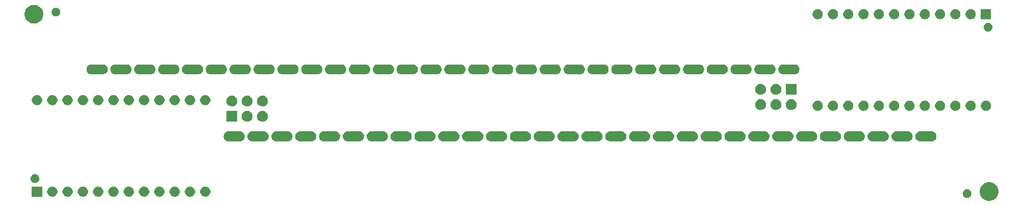
<source format=gbr>
G04 #@! TF.GenerationSoftware,KiCad,Pcbnew,5.1.6+dfsg1-1~bpo10+1*
G04 #@! TF.CreationDate,2020-08-18T21:44:32+03:00*
G04 #@! TF.ProjectId,beam_p,6265616d-5f70-42e6-9b69-6361645f7063,0.0.3*
G04 #@! TF.SameCoordinates,PX6a55ae0PY872eef0*
G04 #@! TF.FileFunction,Soldermask,Top*
G04 #@! TF.FilePolarity,Negative*
%FSLAX46Y46*%
G04 Gerber Fmt 4.6, Leading zero omitted, Abs format (unit mm)*
G04 Created by KiCad (PCBNEW 5.1.6+dfsg1-1~bpo10+1) date 2020-08-18 21:44:32*
%MOMM*%
%LPD*%
G01*
G04 APERTURE LIST*
%ADD10C,0.100000*%
G04 APERTURE END LIST*
D10*
G36*
X160852352Y3341204D02*
G01*
X160852355Y3341203D01*
X160852354Y3341203D01*
X161134580Y3224301D01*
X161388578Y3054585D01*
X161604585Y2838578D01*
X161774301Y2584580D01*
X161774301Y2584579D01*
X161891204Y2302352D01*
X161950800Y2002741D01*
X161950800Y1697259D01*
X161891204Y1397648D01*
X161891203Y1397646D01*
X161774301Y1115420D01*
X161604585Y861422D01*
X161388578Y645415D01*
X161134580Y475699D01*
X160935014Y393036D01*
X160852352Y358796D01*
X160552741Y299200D01*
X160247259Y299200D01*
X159947648Y358796D01*
X159864986Y393036D01*
X159665420Y475699D01*
X159411422Y645415D01*
X159195415Y861422D01*
X159025699Y1115420D01*
X158908797Y1397646D01*
X158908796Y1397648D01*
X158849200Y1697259D01*
X158849200Y2002741D01*
X158908796Y2302352D01*
X159025699Y2584579D01*
X159025699Y2584580D01*
X159195415Y2838578D01*
X159411422Y3054585D01*
X159665420Y3224301D01*
X159947646Y3341203D01*
X159947645Y3341203D01*
X159947648Y3341204D01*
X160247259Y3400800D01*
X160552741Y3400800D01*
X160852352Y3341204D01*
G37*
G36*
X156961183Y2196177D02*
G01*
X157092943Y2141600D01*
X157211523Y2062367D01*
X157312367Y1961523D01*
X157391600Y1842943D01*
X157446177Y1711183D01*
X157474000Y1571308D01*
X157474000Y1428692D01*
X157446177Y1288817D01*
X157391600Y1157057D01*
X157312367Y1038477D01*
X157211523Y937633D01*
X157092943Y858400D01*
X156961183Y803823D01*
X156821308Y776000D01*
X156678692Y776000D01*
X156538817Y803823D01*
X156407057Y858400D01*
X156288477Y937633D01*
X156187633Y1038477D01*
X156108400Y1157057D01*
X156053823Y1288817D01*
X156026000Y1428692D01*
X156026000Y1571308D01*
X156053823Y1711183D01*
X156108400Y1842943D01*
X156187633Y1961523D01*
X156288477Y2062367D01*
X156407057Y2141600D01*
X156538817Y2196177D01*
X156678692Y2224000D01*
X156821308Y2224000D01*
X156961183Y2196177D01*
G37*
G36*
X30535069Y2651485D02*
G01*
X30689905Y2587349D01*
X30829254Y2494240D01*
X30947760Y2375734D01*
X31040869Y2236385D01*
X31105005Y2081549D01*
X31137700Y1917177D01*
X31137700Y1749583D01*
X31105005Y1585211D01*
X31040869Y1430375D01*
X30947760Y1291026D01*
X30829254Y1172520D01*
X30689905Y1079411D01*
X30535069Y1015275D01*
X30370697Y982580D01*
X30203103Y982580D01*
X30038731Y1015275D01*
X29883895Y1079411D01*
X29744546Y1172520D01*
X29626040Y1291026D01*
X29532931Y1430375D01*
X29468795Y1585211D01*
X29436100Y1749583D01*
X29436100Y1917177D01*
X29468795Y2081549D01*
X29532931Y2236385D01*
X29626040Y2375734D01*
X29744546Y2494240D01*
X29883895Y2587349D01*
X30038731Y2651485D01*
X30203103Y2684180D01*
X30370697Y2684180D01*
X30535069Y2651485D01*
G37*
G36*
X3197700Y982580D02*
G01*
X1496100Y982580D01*
X1496100Y2684180D01*
X3197700Y2684180D01*
X3197700Y982580D01*
G37*
G36*
X5135069Y2651485D02*
G01*
X5289905Y2587349D01*
X5429254Y2494240D01*
X5547760Y2375734D01*
X5640869Y2236385D01*
X5705005Y2081549D01*
X5737700Y1917177D01*
X5737700Y1749583D01*
X5705005Y1585211D01*
X5640869Y1430375D01*
X5547760Y1291026D01*
X5429254Y1172520D01*
X5289905Y1079411D01*
X5135069Y1015275D01*
X4970697Y982580D01*
X4803103Y982580D01*
X4638731Y1015275D01*
X4483895Y1079411D01*
X4344546Y1172520D01*
X4226040Y1291026D01*
X4132931Y1430375D01*
X4068795Y1585211D01*
X4036100Y1749583D01*
X4036100Y1917177D01*
X4068795Y2081549D01*
X4132931Y2236385D01*
X4226040Y2375734D01*
X4344546Y2494240D01*
X4483895Y2587349D01*
X4638731Y2651485D01*
X4803103Y2684180D01*
X4970697Y2684180D01*
X5135069Y2651485D01*
G37*
G36*
X7675069Y2651485D02*
G01*
X7829905Y2587349D01*
X7969254Y2494240D01*
X8087760Y2375734D01*
X8180869Y2236385D01*
X8245005Y2081549D01*
X8277700Y1917177D01*
X8277700Y1749583D01*
X8245005Y1585211D01*
X8180869Y1430375D01*
X8087760Y1291026D01*
X7969254Y1172520D01*
X7829905Y1079411D01*
X7675069Y1015275D01*
X7510697Y982580D01*
X7343103Y982580D01*
X7178731Y1015275D01*
X7023895Y1079411D01*
X6884546Y1172520D01*
X6766040Y1291026D01*
X6672931Y1430375D01*
X6608795Y1585211D01*
X6576100Y1749583D01*
X6576100Y1917177D01*
X6608795Y2081549D01*
X6672931Y2236385D01*
X6766040Y2375734D01*
X6884546Y2494240D01*
X7023895Y2587349D01*
X7178731Y2651485D01*
X7343103Y2684180D01*
X7510697Y2684180D01*
X7675069Y2651485D01*
G37*
G36*
X10215069Y2651485D02*
G01*
X10369905Y2587349D01*
X10509254Y2494240D01*
X10627760Y2375734D01*
X10720869Y2236385D01*
X10785005Y2081549D01*
X10817700Y1917177D01*
X10817700Y1749583D01*
X10785005Y1585211D01*
X10720869Y1430375D01*
X10627760Y1291026D01*
X10509254Y1172520D01*
X10369905Y1079411D01*
X10215069Y1015275D01*
X10050697Y982580D01*
X9883103Y982580D01*
X9718731Y1015275D01*
X9563895Y1079411D01*
X9424546Y1172520D01*
X9306040Y1291026D01*
X9212931Y1430375D01*
X9148795Y1585211D01*
X9116100Y1749583D01*
X9116100Y1917177D01*
X9148795Y2081549D01*
X9212931Y2236385D01*
X9306040Y2375734D01*
X9424546Y2494240D01*
X9563895Y2587349D01*
X9718731Y2651485D01*
X9883103Y2684180D01*
X10050697Y2684180D01*
X10215069Y2651485D01*
G37*
G36*
X12755069Y2651485D02*
G01*
X12909905Y2587349D01*
X13049254Y2494240D01*
X13167760Y2375734D01*
X13260869Y2236385D01*
X13325005Y2081549D01*
X13357700Y1917177D01*
X13357700Y1749583D01*
X13325005Y1585211D01*
X13260869Y1430375D01*
X13167760Y1291026D01*
X13049254Y1172520D01*
X12909905Y1079411D01*
X12755069Y1015275D01*
X12590697Y982580D01*
X12423103Y982580D01*
X12258731Y1015275D01*
X12103895Y1079411D01*
X11964546Y1172520D01*
X11846040Y1291026D01*
X11752931Y1430375D01*
X11688795Y1585211D01*
X11656100Y1749583D01*
X11656100Y1917177D01*
X11688795Y2081549D01*
X11752931Y2236385D01*
X11846040Y2375734D01*
X11964546Y2494240D01*
X12103895Y2587349D01*
X12258731Y2651485D01*
X12423103Y2684180D01*
X12590697Y2684180D01*
X12755069Y2651485D01*
G37*
G36*
X15295069Y2651485D02*
G01*
X15449905Y2587349D01*
X15589254Y2494240D01*
X15707760Y2375734D01*
X15800869Y2236385D01*
X15865005Y2081549D01*
X15897700Y1917177D01*
X15897700Y1749583D01*
X15865005Y1585211D01*
X15800869Y1430375D01*
X15707760Y1291026D01*
X15589254Y1172520D01*
X15449905Y1079411D01*
X15295069Y1015275D01*
X15130697Y982580D01*
X14963103Y982580D01*
X14798731Y1015275D01*
X14643895Y1079411D01*
X14504546Y1172520D01*
X14386040Y1291026D01*
X14292931Y1430375D01*
X14228795Y1585211D01*
X14196100Y1749583D01*
X14196100Y1917177D01*
X14228795Y2081549D01*
X14292931Y2236385D01*
X14386040Y2375734D01*
X14504546Y2494240D01*
X14643895Y2587349D01*
X14798731Y2651485D01*
X14963103Y2684180D01*
X15130697Y2684180D01*
X15295069Y2651485D01*
G37*
G36*
X17835069Y2651485D02*
G01*
X17989905Y2587349D01*
X18129254Y2494240D01*
X18247760Y2375734D01*
X18340869Y2236385D01*
X18405005Y2081549D01*
X18437700Y1917177D01*
X18437700Y1749583D01*
X18405005Y1585211D01*
X18340869Y1430375D01*
X18247760Y1291026D01*
X18129254Y1172520D01*
X17989905Y1079411D01*
X17835069Y1015275D01*
X17670697Y982580D01*
X17503103Y982580D01*
X17338731Y1015275D01*
X17183895Y1079411D01*
X17044546Y1172520D01*
X16926040Y1291026D01*
X16832931Y1430375D01*
X16768795Y1585211D01*
X16736100Y1749583D01*
X16736100Y1917177D01*
X16768795Y2081549D01*
X16832931Y2236385D01*
X16926040Y2375734D01*
X17044546Y2494240D01*
X17183895Y2587349D01*
X17338731Y2651485D01*
X17503103Y2684180D01*
X17670697Y2684180D01*
X17835069Y2651485D01*
G37*
G36*
X20375069Y2651485D02*
G01*
X20529905Y2587349D01*
X20669254Y2494240D01*
X20787760Y2375734D01*
X20880869Y2236385D01*
X20945005Y2081549D01*
X20977700Y1917177D01*
X20977700Y1749583D01*
X20945005Y1585211D01*
X20880869Y1430375D01*
X20787760Y1291026D01*
X20669254Y1172520D01*
X20529905Y1079411D01*
X20375069Y1015275D01*
X20210697Y982580D01*
X20043103Y982580D01*
X19878731Y1015275D01*
X19723895Y1079411D01*
X19584546Y1172520D01*
X19466040Y1291026D01*
X19372931Y1430375D01*
X19308795Y1585211D01*
X19276100Y1749583D01*
X19276100Y1917177D01*
X19308795Y2081549D01*
X19372931Y2236385D01*
X19466040Y2375734D01*
X19584546Y2494240D01*
X19723895Y2587349D01*
X19878731Y2651485D01*
X20043103Y2684180D01*
X20210697Y2684180D01*
X20375069Y2651485D01*
G37*
G36*
X22915069Y2651485D02*
G01*
X23069905Y2587349D01*
X23209254Y2494240D01*
X23327760Y2375734D01*
X23420869Y2236385D01*
X23485005Y2081549D01*
X23517700Y1917177D01*
X23517700Y1749583D01*
X23485005Y1585211D01*
X23420869Y1430375D01*
X23327760Y1291026D01*
X23209254Y1172520D01*
X23069905Y1079411D01*
X22915069Y1015275D01*
X22750697Y982580D01*
X22583103Y982580D01*
X22418731Y1015275D01*
X22263895Y1079411D01*
X22124546Y1172520D01*
X22006040Y1291026D01*
X21912931Y1430375D01*
X21848795Y1585211D01*
X21816100Y1749583D01*
X21816100Y1917177D01*
X21848795Y2081549D01*
X21912931Y2236385D01*
X22006040Y2375734D01*
X22124546Y2494240D01*
X22263895Y2587349D01*
X22418731Y2651485D01*
X22583103Y2684180D01*
X22750697Y2684180D01*
X22915069Y2651485D01*
G37*
G36*
X25455069Y2651485D02*
G01*
X25609905Y2587349D01*
X25749254Y2494240D01*
X25867760Y2375734D01*
X25960869Y2236385D01*
X26025005Y2081549D01*
X26057700Y1917177D01*
X26057700Y1749583D01*
X26025005Y1585211D01*
X25960869Y1430375D01*
X25867760Y1291026D01*
X25749254Y1172520D01*
X25609905Y1079411D01*
X25455069Y1015275D01*
X25290697Y982580D01*
X25123103Y982580D01*
X24958731Y1015275D01*
X24803895Y1079411D01*
X24664546Y1172520D01*
X24546040Y1291026D01*
X24452931Y1430375D01*
X24388795Y1585211D01*
X24356100Y1749583D01*
X24356100Y1917177D01*
X24388795Y2081549D01*
X24452931Y2236385D01*
X24546040Y2375734D01*
X24664546Y2494240D01*
X24803895Y2587349D01*
X24958731Y2651485D01*
X25123103Y2684180D01*
X25290697Y2684180D01*
X25455069Y2651485D01*
G37*
G36*
X27995069Y2651485D02*
G01*
X28149905Y2587349D01*
X28289254Y2494240D01*
X28407760Y2375734D01*
X28500869Y2236385D01*
X28565005Y2081549D01*
X28597700Y1917177D01*
X28597700Y1749583D01*
X28565005Y1585211D01*
X28500869Y1430375D01*
X28407760Y1291026D01*
X28289254Y1172520D01*
X28149905Y1079411D01*
X27995069Y1015275D01*
X27830697Y982580D01*
X27663103Y982580D01*
X27498731Y1015275D01*
X27343895Y1079411D01*
X27204546Y1172520D01*
X27086040Y1291026D01*
X26992931Y1430375D01*
X26928795Y1585211D01*
X26896100Y1749583D01*
X26896100Y1917177D01*
X26928795Y2081549D01*
X26992931Y2236385D01*
X27086040Y2375734D01*
X27204546Y2494240D01*
X27343895Y2587349D01*
X27498731Y2651485D01*
X27663103Y2684180D01*
X27830697Y2684180D01*
X27995069Y2651485D01*
G37*
G36*
X2211183Y4696177D02*
G01*
X2342943Y4641600D01*
X2461523Y4562367D01*
X2562367Y4461523D01*
X2641600Y4342943D01*
X2696177Y4211183D01*
X2724000Y4071308D01*
X2724000Y3928692D01*
X2696177Y3788817D01*
X2641600Y3657057D01*
X2562367Y3538477D01*
X2461523Y3437633D01*
X2342943Y3358400D01*
X2211183Y3303823D01*
X2071308Y3276000D01*
X1928692Y3276000D01*
X1788817Y3303823D01*
X1657057Y3358400D01*
X1538477Y3437633D01*
X1437633Y3538477D01*
X1358400Y3657057D01*
X1303823Y3788817D01*
X1276000Y3928692D01*
X1276000Y4071308D01*
X1303823Y4211183D01*
X1358400Y4342943D01*
X1437633Y4461523D01*
X1538477Y4562367D01*
X1657057Y4641600D01*
X1788817Y4696177D01*
X1928692Y4724000D01*
X2071308Y4724000D01*
X2211183Y4696177D01*
G37*
G36*
X36178544Y11838472D02*
G01*
X36334212Y11791250D01*
X36477670Y11714569D01*
X36603414Y11611374D01*
X36706609Y11485630D01*
X36783290Y11342172D01*
X36830512Y11186504D01*
X36846455Y11024620D01*
X36830512Y10862736D01*
X36783290Y10707068D01*
X36706609Y10563610D01*
X36603414Y10437866D01*
X36477670Y10334671D01*
X36334212Y10257990D01*
X36178544Y10210768D01*
X36057227Y10198820D01*
X34106093Y10198820D01*
X33984776Y10210768D01*
X33829108Y10257990D01*
X33685650Y10334671D01*
X33559906Y10437866D01*
X33456711Y10563610D01*
X33380030Y10707068D01*
X33332808Y10862736D01*
X33316865Y11024620D01*
X33332808Y11186504D01*
X33380030Y11342172D01*
X33456711Y11485630D01*
X33559906Y11611374D01*
X33685650Y11714569D01*
X33829108Y11791250D01*
X33984776Y11838472D01*
X34106093Y11850420D01*
X36057227Y11850420D01*
X36178544Y11838472D01*
G37*
G36*
X40138544Y11838472D02*
G01*
X40294212Y11791250D01*
X40437670Y11714569D01*
X40563414Y11611374D01*
X40666609Y11485630D01*
X40743290Y11342172D01*
X40790512Y11186504D01*
X40806455Y11024620D01*
X40790512Y10862736D01*
X40743290Y10707068D01*
X40666609Y10563610D01*
X40563414Y10437866D01*
X40437670Y10334671D01*
X40294212Y10257990D01*
X40138544Y10210768D01*
X40017227Y10198820D01*
X38066093Y10198820D01*
X37944776Y10210768D01*
X37789108Y10257990D01*
X37645650Y10334671D01*
X37519906Y10437866D01*
X37416711Y10563610D01*
X37340030Y10707068D01*
X37292808Y10862736D01*
X37276865Y11024620D01*
X37292808Y11186504D01*
X37340030Y11342172D01*
X37416711Y11485630D01*
X37519906Y11611374D01*
X37645650Y11714569D01*
X37789108Y11791250D01*
X37944776Y11838472D01*
X38066093Y11850420D01*
X40017227Y11850420D01*
X40138544Y11838472D01*
G37*
G36*
X48058544Y11838472D02*
G01*
X48214212Y11791250D01*
X48357670Y11714569D01*
X48483414Y11611374D01*
X48586609Y11485630D01*
X48663290Y11342172D01*
X48710512Y11186504D01*
X48726455Y11024620D01*
X48710512Y10862736D01*
X48663290Y10707068D01*
X48586609Y10563610D01*
X48483414Y10437866D01*
X48357670Y10334671D01*
X48214212Y10257990D01*
X48058544Y10210768D01*
X47937227Y10198820D01*
X45986093Y10198820D01*
X45864776Y10210768D01*
X45709108Y10257990D01*
X45565650Y10334671D01*
X45439906Y10437866D01*
X45336711Y10563610D01*
X45260030Y10707068D01*
X45212808Y10862736D01*
X45196865Y11024620D01*
X45212808Y11186504D01*
X45260030Y11342172D01*
X45336711Y11485630D01*
X45439906Y11611374D01*
X45565650Y11714569D01*
X45709108Y11791250D01*
X45864776Y11838472D01*
X45986093Y11850420D01*
X47937227Y11850420D01*
X48058544Y11838472D01*
G37*
G36*
X52018544Y11838472D02*
G01*
X52174212Y11791250D01*
X52317670Y11714569D01*
X52443414Y11611374D01*
X52546609Y11485630D01*
X52623290Y11342172D01*
X52670512Y11186504D01*
X52686455Y11024620D01*
X52670512Y10862736D01*
X52623290Y10707068D01*
X52546609Y10563610D01*
X52443414Y10437866D01*
X52317670Y10334671D01*
X52174212Y10257990D01*
X52018544Y10210768D01*
X51897227Y10198820D01*
X49946093Y10198820D01*
X49824776Y10210768D01*
X49669108Y10257990D01*
X49525650Y10334671D01*
X49399906Y10437866D01*
X49296711Y10563610D01*
X49220030Y10707068D01*
X49172808Y10862736D01*
X49156865Y11024620D01*
X49172808Y11186504D01*
X49220030Y11342172D01*
X49296711Y11485630D01*
X49399906Y11611374D01*
X49525650Y11714569D01*
X49669108Y11791250D01*
X49824776Y11838472D01*
X49946093Y11850420D01*
X51897227Y11850420D01*
X52018544Y11838472D01*
G37*
G36*
X55978544Y11838472D02*
G01*
X56134212Y11791250D01*
X56277670Y11714569D01*
X56403414Y11611374D01*
X56506609Y11485630D01*
X56583290Y11342172D01*
X56630512Y11186504D01*
X56646455Y11024620D01*
X56630512Y10862736D01*
X56583290Y10707068D01*
X56506609Y10563610D01*
X56403414Y10437866D01*
X56277670Y10334671D01*
X56134212Y10257990D01*
X55978544Y10210768D01*
X55857227Y10198820D01*
X53906093Y10198820D01*
X53784776Y10210768D01*
X53629108Y10257990D01*
X53485650Y10334671D01*
X53359906Y10437866D01*
X53256711Y10563610D01*
X53180030Y10707068D01*
X53132808Y10862736D01*
X53116865Y11024620D01*
X53132808Y11186504D01*
X53180030Y11342172D01*
X53256711Y11485630D01*
X53359906Y11611374D01*
X53485650Y11714569D01*
X53629108Y11791250D01*
X53784776Y11838472D01*
X53906093Y11850420D01*
X55857227Y11850420D01*
X55978544Y11838472D01*
G37*
G36*
X59938544Y11838472D02*
G01*
X60094212Y11791250D01*
X60237670Y11714569D01*
X60363414Y11611374D01*
X60466609Y11485630D01*
X60543290Y11342172D01*
X60590512Y11186504D01*
X60606455Y11024620D01*
X60590512Y10862736D01*
X60543290Y10707068D01*
X60466609Y10563610D01*
X60363414Y10437866D01*
X60237670Y10334671D01*
X60094212Y10257990D01*
X59938544Y10210768D01*
X59817227Y10198820D01*
X57866093Y10198820D01*
X57744776Y10210768D01*
X57589108Y10257990D01*
X57445650Y10334671D01*
X57319906Y10437866D01*
X57216711Y10563610D01*
X57140030Y10707068D01*
X57092808Y10862736D01*
X57076865Y11024620D01*
X57092808Y11186504D01*
X57140030Y11342172D01*
X57216711Y11485630D01*
X57319906Y11611374D01*
X57445650Y11714569D01*
X57589108Y11791250D01*
X57744776Y11838472D01*
X57866093Y11850420D01*
X59817227Y11850420D01*
X59938544Y11838472D01*
G37*
G36*
X99538544Y11838472D02*
G01*
X99694212Y11791250D01*
X99837670Y11714569D01*
X99963414Y11611374D01*
X100066609Y11485630D01*
X100143290Y11342172D01*
X100190512Y11186504D01*
X100206455Y11024620D01*
X100190512Y10862736D01*
X100143290Y10707068D01*
X100066609Y10563610D01*
X99963414Y10437866D01*
X99837670Y10334671D01*
X99694212Y10257990D01*
X99538544Y10210768D01*
X99417227Y10198820D01*
X97466093Y10198820D01*
X97344776Y10210768D01*
X97189108Y10257990D01*
X97045650Y10334671D01*
X96919906Y10437866D01*
X96816711Y10563610D01*
X96740030Y10707068D01*
X96692808Y10862736D01*
X96676865Y11024620D01*
X96692808Y11186504D01*
X96740030Y11342172D01*
X96816711Y11485630D01*
X96919906Y11611374D01*
X97045650Y11714569D01*
X97189108Y11791250D01*
X97344776Y11838472D01*
X97466093Y11850420D01*
X99417227Y11850420D01*
X99538544Y11838472D01*
G37*
G36*
X67858544Y11838472D02*
G01*
X68014212Y11791250D01*
X68157670Y11714569D01*
X68283414Y11611374D01*
X68386609Y11485630D01*
X68463290Y11342172D01*
X68510512Y11186504D01*
X68526455Y11024620D01*
X68510512Y10862736D01*
X68463290Y10707068D01*
X68386609Y10563610D01*
X68283414Y10437866D01*
X68157670Y10334671D01*
X68014212Y10257990D01*
X67858544Y10210768D01*
X67737227Y10198820D01*
X65786093Y10198820D01*
X65664776Y10210768D01*
X65509108Y10257990D01*
X65365650Y10334671D01*
X65239906Y10437866D01*
X65136711Y10563610D01*
X65060030Y10707068D01*
X65012808Y10862736D01*
X64996865Y11024620D01*
X65012808Y11186504D01*
X65060030Y11342172D01*
X65136711Y11485630D01*
X65239906Y11611374D01*
X65365650Y11714569D01*
X65509108Y11791250D01*
X65664776Y11838472D01*
X65786093Y11850420D01*
X67737227Y11850420D01*
X67858544Y11838472D01*
G37*
G36*
X71818544Y11838472D02*
G01*
X71974212Y11791250D01*
X72117670Y11714569D01*
X72243414Y11611374D01*
X72346609Y11485630D01*
X72423290Y11342172D01*
X72470512Y11186504D01*
X72486455Y11024620D01*
X72470512Y10862736D01*
X72423290Y10707068D01*
X72346609Y10563610D01*
X72243414Y10437866D01*
X72117670Y10334671D01*
X71974212Y10257990D01*
X71818544Y10210768D01*
X71697227Y10198820D01*
X69746093Y10198820D01*
X69624776Y10210768D01*
X69469108Y10257990D01*
X69325650Y10334671D01*
X69199906Y10437866D01*
X69096711Y10563610D01*
X69020030Y10707068D01*
X68972808Y10862736D01*
X68956865Y11024620D01*
X68972808Y11186504D01*
X69020030Y11342172D01*
X69096711Y11485630D01*
X69199906Y11611374D01*
X69325650Y11714569D01*
X69469108Y11791250D01*
X69624776Y11838472D01*
X69746093Y11850420D01*
X71697227Y11850420D01*
X71818544Y11838472D01*
G37*
G36*
X75778544Y11838472D02*
G01*
X75934212Y11791250D01*
X76077670Y11714569D01*
X76203414Y11611374D01*
X76306609Y11485630D01*
X76383290Y11342172D01*
X76430512Y11186504D01*
X76446455Y11024620D01*
X76430512Y10862736D01*
X76383290Y10707068D01*
X76306609Y10563610D01*
X76203414Y10437866D01*
X76077670Y10334671D01*
X75934212Y10257990D01*
X75778544Y10210768D01*
X75657227Y10198820D01*
X73706093Y10198820D01*
X73584776Y10210768D01*
X73429108Y10257990D01*
X73285650Y10334671D01*
X73159906Y10437866D01*
X73056711Y10563610D01*
X72980030Y10707068D01*
X72932808Y10862736D01*
X72916865Y11024620D01*
X72932808Y11186504D01*
X72980030Y11342172D01*
X73056711Y11485630D01*
X73159906Y11611374D01*
X73285650Y11714569D01*
X73429108Y11791250D01*
X73584776Y11838472D01*
X73706093Y11850420D01*
X75657227Y11850420D01*
X75778544Y11838472D01*
G37*
G36*
X79738544Y11838472D02*
G01*
X79894212Y11791250D01*
X80037670Y11714569D01*
X80163414Y11611374D01*
X80266609Y11485630D01*
X80343290Y11342172D01*
X80390512Y11186504D01*
X80406455Y11024620D01*
X80390512Y10862736D01*
X80343290Y10707068D01*
X80266609Y10563610D01*
X80163414Y10437866D01*
X80037670Y10334671D01*
X79894212Y10257990D01*
X79738544Y10210768D01*
X79617227Y10198820D01*
X77666093Y10198820D01*
X77544776Y10210768D01*
X77389108Y10257990D01*
X77245650Y10334671D01*
X77119906Y10437866D01*
X77016711Y10563610D01*
X76940030Y10707068D01*
X76892808Y10862736D01*
X76876865Y11024620D01*
X76892808Y11186504D01*
X76940030Y11342172D01*
X77016711Y11485630D01*
X77119906Y11611374D01*
X77245650Y11714569D01*
X77389108Y11791250D01*
X77544776Y11838472D01*
X77666093Y11850420D01*
X79617227Y11850420D01*
X79738544Y11838472D01*
G37*
G36*
X83698544Y11838472D02*
G01*
X83854212Y11791250D01*
X83997670Y11714569D01*
X84123414Y11611374D01*
X84226609Y11485630D01*
X84303290Y11342172D01*
X84350512Y11186504D01*
X84366455Y11024620D01*
X84350512Y10862736D01*
X84303290Y10707068D01*
X84226609Y10563610D01*
X84123414Y10437866D01*
X83997670Y10334671D01*
X83854212Y10257990D01*
X83698544Y10210768D01*
X83577227Y10198820D01*
X81626093Y10198820D01*
X81504776Y10210768D01*
X81349108Y10257990D01*
X81205650Y10334671D01*
X81079906Y10437866D01*
X80976711Y10563610D01*
X80900030Y10707068D01*
X80852808Y10862736D01*
X80836865Y11024620D01*
X80852808Y11186504D01*
X80900030Y11342172D01*
X80976711Y11485630D01*
X81079906Y11611374D01*
X81205650Y11714569D01*
X81349108Y11791250D01*
X81504776Y11838472D01*
X81626093Y11850420D01*
X83577227Y11850420D01*
X83698544Y11838472D01*
G37*
G36*
X87658544Y11838472D02*
G01*
X87814212Y11791250D01*
X87957670Y11714569D01*
X88083414Y11611374D01*
X88186609Y11485630D01*
X88263290Y11342172D01*
X88310512Y11186504D01*
X88326455Y11024620D01*
X88310512Y10862736D01*
X88263290Y10707068D01*
X88186609Y10563610D01*
X88083414Y10437866D01*
X87957670Y10334671D01*
X87814212Y10257990D01*
X87658544Y10210768D01*
X87537227Y10198820D01*
X85586093Y10198820D01*
X85464776Y10210768D01*
X85309108Y10257990D01*
X85165650Y10334671D01*
X85039906Y10437866D01*
X84936711Y10563610D01*
X84860030Y10707068D01*
X84812808Y10862736D01*
X84796865Y11024620D01*
X84812808Y11186504D01*
X84860030Y11342172D01*
X84936711Y11485630D01*
X85039906Y11611374D01*
X85165650Y11714569D01*
X85309108Y11791250D01*
X85464776Y11838472D01*
X85586093Y11850420D01*
X87537227Y11850420D01*
X87658544Y11838472D01*
G37*
G36*
X95578544Y11838472D02*
G01*
X95734212Y11791250D01*
X95877670Y11714569D01*
X96003414Y11611374D01*
X96106609Y11485630D01*
X96183290Y11342172D01*
X96230512Y11186504D01*
X96246455Y11024620D01*
X96230512Y10862736D01*
X96183290Y10707068D01*
X96106609Y10563610D01*
X96003414Y10437866D01*
X95877670Y10334671D01*
X95734212Y10257990D01*
X95578544Y10210768D01*
X95457227Y10198820D01*
X93506093Y10198820D01*
X93384776Y10210768D01*
X93229108Y10257990D01*
X93085650Y10334671D01*
X92959906Y10437866D01*
X92856711Y10563610D01*
X92780030Y10707068D01*
X92732808Y10862736D01*
X92716865Y11024620D01*
X92732808Y11186504D01*
X92780030Y11342172D01*
X92856711Y11485630D01*
X92959906Y11611374D01*
X93085650Y11714569D01*
X93229108Y11791250D01*
X93384776Y11838472D01*
X93506093Y11850420D01*
X95457227Y11850420D01*
X95578544Y11838472D01*
G37*
G36*
X44098544Y11838472D02*
G01*
X44254212Y11791250D01*
X44397670Y11714569D01*
X44523414Y11611374D01*
X44626609Y11485630D01*
X44703290Y11342172D01*
X44750512Y11186504D01*
X44766455Y11024620D01*
X44750512Y10862736D01*
X44703290Y10707068D01*
X44626609Y10563610D01*
X44523414Y10437866D01*
X44397670Y10334671D01*
X44254212Y10257990D01*
X44098544Y10210768D01*
X43977227Y10198820D01*
X42026093Y10198820D01*
X41904776Y10210768D01*
X41749108Y10257990D01*
X41605650Y10334671D01*
X41479906Y10437866D01*
X41376711Y10563610D01*
X41300030Y10707068D01*
X41252808Y10862736D01*
X41236865Y11024620D01*
X41252808Y11186504D01*
X41300030Y11342172D01*
X41376711Y11485630D01*
X41479906Y11611374D01*
X41605650Y11714569D01*
X41749108Y11791250D01*
X41904776Y11838472D01*
X42026093Y11850420D01*
X43977227Y11850420D01*
X44098544Y11838472D01*
G37*
G36*
X91618544Y11838472D02*
G01*
X91774212Y11791250D01*
X91917670Y11714569D01*
X92043414Y11611374D01*
X92146609Y11485630D01*
X92223290Y11342172D01*
X92270512Y11186504D01*
X92286455Y11024620D01*
X92270512Y10862736D01*
X92223290Y10707068D01*
X92146609Y10563610D01*
X92043414Y10437866D01*
X91917670Y10334671D01*
X91774212Y10257990D01*
X91618544Y10210768D01*
X91497227Y10198820D01*
X89546093Y10198820D01*
X89424776Y10210768D01*
X89269108Y10257990D01*
X89125650Y10334671D01*
X88999906Y10437866D01*
X88896711Y10563610D01*
X88820030Y10707068D01*
X88772808Y10862736D01*
X88756865Y11024620D01*
X88772808Y11186504D01*
X88820030Y11342172D01*
X88896711Y11485630D01*
X88999906Y11611374D01*
X89125650Y11714569D01*
X89269108Y11791250D01*
X89424776Y11838472D01*
X89546093Y11850420D01*
X91497227Y11850420D01*
X91618544Y11838472D01*
G37*
G36*
X103498544Y11838472D02*
G01*
X103654212Y11791250D01*
X103797670Y11714569D01*
X103923414Y11611374D01*
X104026609Y11485630D01*
X104103290Y11342172D01*
X104150512Y11186504D01*
X104166455Y11024620D01*
X104150512Y10862736D01*
X104103290Y10707068D01*
X104026609Y10563610D01*
X103923414Y10437866D01*
X103797670Y10334671D01*
X103654212Y10257990D01*
X103498544Y10210768D01*
X103377227Y10198820D01*
X101426093Y10198820D01*
X101304776Y10210768D01*
X101149108Y10257990D01*
X101005650Y10334671D01*
X100879906Y10437866D01*
X100776711Y10563610D01*
X100700030Y10707068D01*
X100652808Y10862736D01*
X100636865Y11024620D01*
X100652808Y11186504D01*
X100700030Y11342172D01*
X100776711Y11485630D01*
X100879906Y11611374D01*
X101005650Y11714569D01*
X101149108Y11791250D01*
X101304776Y11838472D01*
X101426093Y11850420D01*
X103377227Y11850420D01*
X103498544Y11838472D01*
G37*
G36*
X151018544Y11838472D02*
G01*
X151174212Y11791250D01*
X151317670Y11714569D01*
X151443414Y11611374D01*
X151546609Y11485630D01*
X151623290Y11342172D01*
X151670512Y11186504D01*
X151686455Y11024620D01*
X151670512Y10862736D01*
X151623290Y10707068D01*
X151546609Y10563610D01*
X151443414Y10437866D01*
X151317670Y10334671D01*
X151174212Y10257990D01*
X151018544Y10210768D01*
X150897227Y10198820D01*
X148946093Y10198820D01*
X148824776Y10210768D01*
X148669108Y10257990D01*
X148525650Y10334671D01*
X148399906Y10437866D01*
X148296711Y10563610D01*
X148220030Y10707068D01*
X148172808Y10862736D01*
X148156865Y11024620D01*
X148172808Y11186504D01*
X148220030Y11342172D01*
X148296711Y11485630D01*
X148399906Y11611374D01*
X148525650Y11714569D01*
X148669108Y11791250D01*
X148824776Y11838472D01*
X148946093Y11850420D01*
X150897227Y11850420D01*
X151018544Y11838472D01*
G37*
G36*
X147058544Y11838472D02*
G01*
X147214212Y11791250D01*
X147357670Y11714569D01*
X147483414Y11611374D01*
X147586609Y11485630D01*
X147663290Y11342172D01*
X147710512Y11186504D01*
X147726455Y11024620D01*
X147710512Y10862736D01*
X147663290Y10707068D01*
X147586609Y10563610D01*
X147483414Y10437866D01*
X147357670Y10334671D01*
X147214212Y10257990D01*
X147058544Y10210768D01*
X146937227Y10198820D01*
X144986093Y10198820D01*
X144864776Y10210768D01*
X144709108Y10257990D01*
X144565650Y10334671D01*
X144439906Y10437866D01*
X144336711Y10563610D01*
X144260030Y10707068D01*
X144212808Y10862736D01*
X144196865Y11024620D01*
X144212808Y11186504D01*
X144260030Y11342172D01*
X144336711Y11485630D01*
X144439906Y11611374D01*
X144565650Y11714569D01*
X144709108Y11791250D01*
X144864776Y11838472D01*
X144986093Y11850420D01*
X146937227Y11850420D01*
X147058544Y11838472D01*
G37*
G36*
X143098544Y11838472D02*
G01*
X143254212Y11791250D01*
X143397670Y11714569D01*
X143523414Y11611374D01*
X143626609Y11485630D01*
X143703290Y11342172D01*
X143750512Y11186504D01*
X143766455Y11024620D01*
X143750512Y10862736D01*
X143703290Y10707068D01*
X143626609Y10563610D01*
X143523414Y10437866D01*
X143397670Y10334671D01*
X143254212Y10257990D01*
X143098544Y10210768D01*
X142977227Y10198820D01*
X141026093Y10198820D01*
X140904776Y10210768D01*
X140749108Y10257990D01*
X140605650Y10334671D01*
X140479906Y10437866D01*
X140376711Y10563610D01*
X140300030Y10707068D01*
X140252808Y10862736D01*
X140236865Y11024620D01*
X140252808Y11186504D01*
X140300030Y11342172D01*
X140376711Y11485630D01*
X140479906Y11611374D01*
X140605650Y11714569D01*
X140749108Y11791250D01*
X140904776Y11838472D01*
X141026093Y11850420D01*
X142977227Y11850420D01*
X143098544Y11838472D01*
G37*
G36*
X139138544Y11838472D02*
G01*
X139294212Y11791250D01*
X139437670Y11714569D01*
X139563414Y11611374D01*
X139666609Y11485630D01*
X139743290Y11342172D01*
X139790512Y11186504D01*
X139806455Y11024620D01*
X139790512Y10862736D01*
X139743290Y10707068D01*
X139666609Y10563610D01*
X139563414Y10437866D01*
X139437670Y10334671D01*
X139294212Y10257990D01*
X139138544Y10210768D01*
X139017227Y10198820D01*
X137066093Y10198820D01*
X136944776Y10210768D01*
X136789108Y10257990D01*
X136645650Y10334671D01*
X136519906Y10437866D01*
X136416711Y10563610D01*
X136340030Y10707068D01*
X136292808Y10862736D01*
X136276865Y11024620D01*
X136292808Y11186504D01*
X136340030Y11342172D01*
X136416711Y11485630D01*
X136519906Y11611374D01*
X136645650Y11714569D01*
X136789108Y11791250D01*
X136944776Y11838472D01*
X137066093Y11850420D01*
X139017227Y11850420D01*
X139138544Y11838472D01*
G37*
G36*
X135178544Y11838472D02*
G01*
X135334212Y11791250D01*
X135477670Y11714569D01*
X135603414Y11611374D01*
X135706609Y11485630D01*
X135783290Y11342172D01*
X135830512Y11186504D01*
X135846455Y11024620D01*
X135830512Y10862736D01*
X135783290Y10707068D01*
X135706609Y10563610D01*
X135603414Y10437866D01*
X135477670Y10334671D01*
X135334212Y10257990D01*
X135178544Y10210768D01*
X135057227Y10198820D01*
X133106093Y10198820D01*
X132984776Y10210768D01*
X132829108Y10257990D01*
X132685650Y10334671D01*
X132559906Y10437866D01*
X132456711Y10563610D01*
X132380030Y10707068D01*
X132332808Y10862736D01*
X132316865Y11024620D01*
X132332808Y11186504D01*
X132380030Y11342172D01*
X132456711Y11485630D01*
X132559906Y11611374D01*
X132685650Y11714569D01*
X132829108Y11791250D01*
X132984776Y11838472D01*
X133106093Y11850420D01*
X135057227Y11850420D01*
X135178544Y11838472D01*
G37*
G36*
X127258544Y11838472D02*
G01*
X127414212Y11791250D01*
X127557670Y11714569D01*
X127683414Y11611374D01*
X127786609Y11485630D01*
X127863290Y11342172D01*
X127910512Y11186504D01*
X127926455Y11024620D01*
X127910512Y10862736D01*
X127863290Y10707068D01*
X127786609Y10563610D01*
X127683414Y10437866D01*
X127557670Y10334671D01*
X127414212Y10257990D01*
X127258544Y10210768D01*
X127137227Y10198820D01*
X125186093Y10198820D01*
X125064776Y10210768D01*
X124909108Y10257990D01*
X124765650Y10334671D01*
X124639906Y10437866D01*
X124536711Y10563610D01*
X124460030Y10707068D01*
X124412808Y10862736D01*
X124396865Y11024620D01*
X124412808Y11186504D01*
X124460030Y11342172D01*
X124536711Y11485630D01*
X124639906Y11611374D01*
X124765650Y11714569D01*
X124909108Y11791250D01*
X125064776Y11838472D01*
X125186093Y11850420D01*
X127137227Y11850420D01*
X127258544Y11838472D01*
G37*
G36*
X123298544Y11838472D02*
G01*
X123454212Y11791250D01*
X123597670Y11714569D01*
X123723414Y11611374D01*
X123826609Y11485630D01*
X123903290Y11342172D01*
X123950512Y11186504D01*
X123966455Y11024620D01*
X123950512Y10862736D01*
X123903290Y10707068D01*
X123826609Y10563610D01*
X123723414Y10437866D01*
X123597670Y10334671D01*
X123454212Y10257990D01*
X123298544Y10210768D01*
X123177227Y10198820D01*
X121226093Y10198820D01*
X121104776Y10210768D01*
X120949108Y10257990D01*
X120805650Y10334671D01*
X120679906Y10437866D01*
X120576711Y10563610D01*
X120500030Y10707068D01*
X120452808Y10862736D01*
X120436865Y11024620D01*
X120452808Y11186504D01*
X120500030Y11342172D01*
X120576711Y11485630D01*
X120679906Y11611374D01*
X120805650Y11714569D01*
X120949108Y11791250D01*
X121104776Y11838472D01*
X121226093Y11850420D01*
X123177227Y11850420D01*
X123298544Y11838472D01*
G37*
G36*
X119338544Y11838472D02*
G01*
X119494212Y11791250D01*
X119637670Y11714569D01*
X119763414Y11611374D01*
X119866609Y11485630D01*
X119943290Y11342172D01*
X119990512Y11186504D01*
X120006455Y11024620D01*
X119990512Y10862736D01*
X119943290Y10707068D01*
X119866609Y10563610D01*
X119763414Y10437866D01*
X119637670Y10334671D01*
X119494212Y10257990D01*
X119338544Y10210768D01*
X119217227Y10198820D01*
X117266093Y10198820D01*
X117144776Y10210768D01*
X116989108Y10257990D01*
X116845650Y10334671D01*
X116719906Y10437866D01*
X116616711Y10563610D01*
X116540030Y10707068D01*
X116492808Y10862736D01*
X116476865Y11024620D01*
X116492808Y11186504D01*
X116540030Y11342172D01*
X116616711Y11485630D01*
X116719906Y11611374D01*
X116845650Y11714569D01*
X116989108Y11791250D01*
X117144776Y11838472D01*
X117266093Y11850420D01*
X119217227Y11850420D01*
X119338544Y11838472D01*
G37*
G36*
X115378544Y11838472D02*
G01*
X115534212Y11791250D01*
X115677670Y11714569D01*
X115803414Y11611374D01*
X115906609Y11485630D01*
X115983290Y11342172D01*
X116030512Y11186504D01*
X116046455Y11024620D01*
X116030512Y10862736D01*
X115983290Y10707068D01*
X115906609Y10563610D01*
X115803414Y10437866D01*
X115677670Y10334671D01*
X115534212Y10257990D01*
X115378544Y10210768D01*
X115257227Y10198820D01*
X113306093Y10198820D01*
X113184776Y10210768D01*
X113029108Y10257990D01*
X112885650Y10334671D01*
X112759906Y10437866D01*
X112656711Y10563610D01*
X112580030Y10707068D01*
X112532808Y10862736D01*
X112516865Y11024620D01*
X112532808Y11186504D01*
X112580030Y11342172D01*
X112656711Y11485630D01*
X112759906Y11611374D01*
X112885650Y11714569D01*
X113029108Y11791250D01*
X113184776Y11838472D01*
X113306093Y11850420D01*
X115257227Y11850420D01*
X115378544Y11838472D01*
G37*
G36*
X111418544Y11838472D02*
G01*
X111574212Y11791250D01*
X111717670Y11714569D01*
X111843414Y11611374D01*
X111946609Y11485630D01*
X112023290Y11342172D01*
X112070512Y11186504D01*
X112086455Y11024620D01*
X112070512Y10862736D01*
X112023290Y10707068D01*
X111946609Y10563610D01*
X111843414Y10437866D01*
X111717670Y10334671D01*
X111574212Y10257990D01*
X111418544Y10210768D01*
X111297227Y10198820D01*
X109346093Y10198820D01*
X109224776Y10210768D01*
X109069108Y10257990D01*
X108925650Y10334671D01*
X108799906Y10437866D01*
X108696711Y10563610D01*
X108620030Y10707068D01*
X108572808Y10862736D01*
X108556865Y11024620D01*
X108572808Y11186504D01*
X108620030Y11342172D01*
X108696711Y11485630D01*
X108799906Y11611374D01*
X108925650Y11714569D01*
X109069108Y11791250D01*
X109224776Y11838472D01*
X109346093Y11850420D01*
X111297227Y11850420D01*
X111418544Y11838472D01*
G37*
G36*
X107458544Y11838472D02*
G01*
X107614212Y11791250D01*
X107757670Y11714569D01*
X107883414Y11611374D01*
X107986609Y11485630D01*
X108063290Y11342172D01*
X108110512Y11186504D01*
X108126455Y11024620D01*
X108110512Y10862736D01*
X108063290Y10707068D01*
X107986609Y10563610D01*
X107883414Y10437866D01*
X107757670Y10334671D01*
X107614212Y10257990D01*
X107458544Y10210768D01*
X107337227Y10198820D01*
X105386093Y10198820D01*
X105264776Y10210768D01*
X105109108Y10257990D01*
X104965650Y10334671D01*
X104839906Y10437866D01*
X104736711Y10563610D01*
X104660030Y10707068D01*
X104612808Y10862736D01*
X104596865Y11024620D01*
X104612808Y11186504D01*
X104660030Y11342172D01*
X104736711Y11485630D01*
X104839906Y11611374D01*
X104965650Y11714569D01*
X105109108Y11791250D01*
X105264776Y11838472D01*
X105386093Y11850420D01*
X107337227Y11850420D01*
X107458544Y11838472D01*
G37*
G36*
X131218544Y11838472D02*
G01*
X131374212Y11791250D01*
X131517670Y11714569D01*
X131643414Y11611374D01*
X131746609Y11485630D01*
X131823290Y11342172D01*
X131870512Y11186504D01*
X131886455Y11024620D01*
X131870512Y10862736D01*
X131823290Y10707068D01*
X131746609Y10563610D01*
X131643414Y10437866D01*
X131517670Y10334671D01*
X131374212Y10257990D01*
X131218544Y10210768D01*
X131097227Y10198820D01*
X129146093Y10198820D01*
X129024776Y10210768D01*
X128869108Y10257990D01*
X128725650Y10334671D01*
X128599906Y10437866D01*
X128496711Y10563610D01*
X128420030Y10707068D01*
X128372808Y10862736D01*
X128356865Y11024620D01*
X128372808Y11186504D01*
X128420030Y11342172D01*
X128496711Y11485630D01*
X128599906Y11611374D01*
X128725650Y11714569D01*
X128869108Y11791250D01*
X129024776Y11838472D01*
X129146093Y11850420D01*
X131097227Y11850420D01*
X131218544Y11838472D01*
G37*
G36*
X63898544Y11838472D02*
G01*
X64054212Y11791250D01*
X64197670Y11714569D01*
X64323414Y11611374D01*
X64426609Y11485630D01*
X64503290Y11342172D01*
X64550512Y11186504D01*
X64566455Y11024620D01*
X64550512Y10862736D01*
X64503290Y10707068D01*
X64426609Y10563610D01*
X64323414Y10437866D01*
X64197670Y10334671D01*
X64054212Y10257990D01*
X63898544Y10210768D01*
X63777227Y10198820D01*
X61826093Y10198820D01*
X61704776Y10210768D01*
X61549108Y10257990D01*
X61405650Y10334671D01*
X61279906Y10437866D01*
X61176711Y10563610D01*
X61100030Y10707068D01*
X61052808Y10862736D01*
X61036865Y11024620D01*
X61052808Y11186504D01*
X61100030Y11342172D01*
X61176711Y11485630D01*
X61279906Y11611374D01*
X61405650Y11714569D01*
X61549108Y11791250D01*
X61704776Y11838472D01*
X61826093Y11850420D01*
X63777227Y11850420D01*
X63898544Y11838472D01*
G37*
G36*
X40041634Y15223283D02*
G01*
X40205569Y15155379D01*
X40353107Y15056797D01*
X40478577Y14931327D01*
X40577159Y14783789D01*
X40645063Y14619854D01*
X40679680Y14445821D01*
X40679680Y14268379D01*
X40645063Y14094346D01*
X40577159Y13930411D01*
X40478577Y13782873D01*
X40353107Y13657403D01*
X40205569Y13558821D01*
X40041634Y13490917D01*
X39867601Y13456300D01*
X39690159Y13456300D01*
X39516126Y13490917D01*
X39352191Y13558821D01*
X39204653Y13657403D01*
X39079183Y13782873D01*
X38980601Y13930411D01*
X38912697Y14094346D01*
X38878080Y14268379D01*
X38878080Y14445821D01*
X38912697Y14619854D01*
X38980601Y14783789D01*
X39079183Y14931327D01*
X39204653Y15056797D01*
X39352191Y15155379D01*
X39516126Y15223283D01*
X39690159Y15257900D01*
X39867601Y15257900D01*
X40041634Y15223283D01*
G37*
G36*
X37501634Y15223283D02*
G01*
X37665569Y15155379D01*
X37813107Y15056797D01*
X37938577Y14931327D01*
X38037159Y14783789D01*
X38105063Y14619854D01*
X38139680Y14445821D01*
X38139680Y14268379D01*
X38105063Y14094346D01*
X38037159Y13930411D01*
X37938577Y13782873D01*
X37813107Y13657403D01*
X37665569Y13558821D01*
X37501634Y13490917D01*
X37327601Y13456300D01*
X37150159Y13456300D01*
X36976126Y13490917D01*
X36812191Y13558821D01*
X36664653Y13657403D01*
X36539183Y13782873D01*
X36440601Y13930411D01*
X36372697Y14094346D01*
X36338080Y14268379D01*
X36338080Y14445821D01*
X36372697Y14619854D01*
X36440601Y14783789D01*
X36539183Y14931327D01*
X36664653Y15056797D01*
X36812191Y15155379D01*
X36976126Y15223283D01*
X37150159Y15257900D01*
X37327601Y15257900D01*
X37501634Y15223283D01*
G37*
G36*
X35599680Y13456300D02*
G01*
X33798080Y13456300D01*
X33798080Y15257900D01*
X35599680Y15257900D01*
X35599680Y13456300D01*
G37*
G36*
X139831269Y16944725D02*
G01*
X139986105Y16880589D01*
X140125454Y16787480D01*
X140243960Y16668974D01*
X140337069Y16529625D01*
X140401205Y16374789D01*
X140433900Y16210417D01*
X140433900Y16042823D01*
X140401205Y15878451D01*
X140337069Y15723615D01*
X140243960Y15584266D01*
X140125454Y15465760D01*
X139986105Y15372651D01*
X139831269Y15308515D01*
X139666897Y15275820D01*
X139499303Y15275820D01*
X139334931Y15308515D01*
X139180095Y15372651D01*
X139040746Y15465760D01*
X138922240Y15584266D01*
X138829131Y15723615D01*
X138764995Y15878451D01*
X138732300Y16042823D01*
X138732300Y16210417D01*
X138764995Y16374789D01*
X138829131Y16529625D01*
X138922240Y16668974D01*
X139040746Y16787480D01*
X139180095Y16880589D01*
X139334931Y16944725D01*
X139499303Y16977420D01*
X139666897Y16977420D01*
X139831269Y16944725D01*
G37*
G36*
X160151269Y16944725D02*
G01*
X160306105Y16880589D01*
X160445454Y16787480D01*
X160563960Y16668974D01*
X160657069Y16529625D01*
X160721205Y16374789D01*
X160753900Y16210417D01*
X160753900Y16042823D01*
X160721205Y15878451D01*
X160657069Y15723615D01*
X160563960Y15584266D01*
X160445454Y15465760D01*
X160306105Y15372651D01*
X160151269Y15308515D01*
X159986897Y15275820D01*
X159819303Y15275820D01*
X159654931Y15308515D01*
X159500095Y15372651D01*
X159360746Y15465760D01*
X159242240Y15584266D01*
X159149131Y15723615D01*
X159084995Y15878451D01*
X159052300Y16042823D01*
X159052300Y16210417D01*
X159084995Y16374789D01*
X159149131Y16529625D01*
X159242240Y16668974D01*
X159360746Y16787480D01*
X159500095Y16880589D01*
X159654931Y16944725D01*
X159819303Y16977420D01*
X159986897Y16977420D01*
X160151269Y16944725D01*
G37*
G36*
X132211269Y16944725D02*
G01*
X132366105Y16880589D01*
X132505454Y16787480D01*
X132623960Y16668974D01*
X132717069Y16529625D01*
X132781205Y16374789D01*
X132813900Y16210417D01*
X132813900Y16042823D01*
X132781205Y15878451D01*
X132717069Y15723615D01*
X132623960Y15584266D01*
X132505454Y15465760D01*
X132366105Y15372651D01*
X132211269Y15308515D01*
X132046897Y15275820D01*
X131879303Y15275820D01*
X131714931Y15308515D01*
X131560095Y15372651D01*
X131420746Y15465760D01*
X131302240Y15584266D01*
X131209131Y15723615D01*
X131144995Y15878451D01*
X131112300Y16042823D01*
X131112300Y16210417D01*
X131144995Y16374789D01*
X131209131Y16529625D01*
X131302240Y16668974D01*
X131420746Y16787480D01*
X131560095Y16880589D01*
X131714931Y16944725D01*
X131879303Y16977420D01*
X132046897Y16977420D01*
X132211269Y16944725D01*
G37*
G36*
X134751269Y16944725D02*
G01*
X134906105Y16880589D01*
X135045454Y16787480D01*
X135163960Y16668974D01*
X135257069Y16529625D01*
X135321205Y16374789D01*
X135353900Y16210417D01*
X135353900Y16042823D01*
X135321205Y15878451D01*
X135257069Y15723615D01*
X135163960Y15584266D01*
X135045454Y15465760D01*
X134906105Y15372651D01*
X134751269Y15308515D01*
X134586897Y15275820D01*
X134419303Y15275820D01*
X134254931Y15308515D01*
X134100095Y15372651D01*
X133960746Y15465760D01*
X133842240Y15584266D01*
X133749131Y15723615D01*
X133684995Y15878451D01*
X133652300Y16042823D01*
X133652300Y16210417D01*
X133684995Y16374789D01*
X133749131Y16529625D01*
X133842240Y16668974D01*
X133960746Y16787480D01*
X134100095Y16880589D01*
X134254931Y16944725D01*
X134419303Y16977420D01*
X134586897Y16977420D01*
X134751269Y16944725D01*
G37*
G36*
X137291269Y16944725D02*
G01*
X137446105Y16880589D01*
X137585454Y16787480D01*
X137703960Y16668974D01*
X137797069Y16529625D01*
X137861205Y16374789D01*
X137893900Y16210417D01*
X137893900Y16042823D01*
X137861205Y15878451D01*
X137797069Y15723615D01*
X137703960Y15584266D01*
X137585454Y15465760D01*
X137446105Y15372651D01*
X137291269Y15308515D01*
X137126897Y15275820D01*
X136959303Y15275820D01*
X136794931Y15308515D01*
X136640095Y15372651D01*
X136500746Y15465760D01*
X136382240Y15584266D01*
X136289131Y15723615D01*
X136224995Y15878451D01*
X136192300Y16042823D01*
X136192300Y16210417D01*
X136224995Y16374789D01*
X136289131Y16529625D01*
X136382240Y16668974D01*
X136500746Y16787480D01*
X136640095Y16880589D01*
X136794931Y16944725D01*
X136959303Y16977420D01*
X137126897Y16977420D01*
X137291269Y16944725D01*
G37*
G36*
X142371269Y16944725D02*
G01*
X142526105Y16880589D01*
X142665454Y16787480D01*
X142783960Y16668974D01*
X142877069Y16529625D01*
X142941205Y16374789D01*
X142973900Y16210417D01*
X142973900Y16042823D01*
X142941205Y15878451D01*
X142877069Y15723615D01*
X142783960Y15584266D01*
X142665454Y15465760D01*
X142526105Y15372651D01*
X142371269Y15308515D01*
X142206897Y15275820D01*
X142039303Y15275820D01*
X141874931Y15308515D01*
X141720095Y15372651D01*
X141580746Y15465760D01*
X141462240Y15584266D01*
X141369131Y15723615D01*
X141304995Y15878451D01*
X141272300Y16042823D01*
X141272300Y16210417D01*
X141304995Y16374789D01*
X141369131Y16529625D01*
X141462240Y16668974D01*
X141580746Y16787480D01*
X141720095Y16880589D01*
X141874931Y16944725D01*
X142039303Y16977420D01*
X142206897Y16977420D01*
X142371269Y16944725D01*
G37*
G36*
X144911269Y16944725D02*
G01*
X145066105Y16880589D01*
X145205454Y16787480D01*
X145323960Y16668974D01*
X145417069Y16529625D01*
X145481205Y16374789D01*
X145513900Y16210417D01*
X145513900Y16042823D01*
X145481205Y15878451D01*
X145417069Y15723615D01*
X145323960Y15584266D01*
X145205454Y15465760D01*
X145066105Y15372651D01*
X144911269Y15308515D01*
X144746897Y15275820D01*
X144579303Y15275820D01*
X144414931Y15308515D01*
X144260095Y15372651D01*
X144120746Y15465760D01*
X144002240Y15584266D01*
X143909131Y15723615D01*
X143844995Y15878451D01*
X143812300Y16042823D01*
X143812300Y16210417D01*
X143844995Y16374789D01*
X143909131Y16529625D01*
X144002240Y16668974D01*
X144120746Y16787480D01*
X144260095Y16880589D01*
X144414931Y16944725D01*
X144579303Y16977420D01*
X144746897Y16977420D01*
X144911269Y16944725D01*
G37*
G36*
X147451269Y16944725D02*
G01*
X147606105Y16880589D01*
X147745454Y16787480D01*
X147863960Y16668974D01*
X147957069Y16529625D01*
X148021205Y16374789D01*
X148053900Y16210417D01*
X148053900Y16042823D01*
X148021205Y15878451D01*
X147957069Y15723615D01*
X147863960Y15584266D01*
X147745454Y15465760D01*
X147606105Y15372651D01*
X147451269Y15308515D01*
X147286897Y15275820D01*
X147119303Y15275820D01*
X146954931Y15308515D01*
X146800095Y15372651D01*
X146660746Y15465760D01*
X146542240Y15584266D01*
X146449131Y15723615D01*
X146384995Y15878451D01*
X146352300Y16042823D01*
X146352300Y16210417D01*
X146384995Y16374789D01*
X146449131Y16529625D01*
X146542240Y16668974D01*
X146660746Y16787480D01*
X146800095Y16880589D01*
X146954931Y16944725D01*
X147119303Y16977420D01*
X147286897Y16977420D01*
X147451269Y16944725D01*
G37*
G36*
X149991269Y16944725D02*
G01*
X150146105Y16880589D01*
X150285454Y16787480D01*
X150403960Y16668974D01*
X150497069Y16529625D01*
X150561205Y16374789D01*
X150593900Y16210417D01*
X150593900Y16042823D01*
X150561205Y15878451D01*
X150497069Y15723615D01*
X150403960Y15584266D01*
X150285454Y15465760D01*
X150146105Y15372651D01*
X149991269Y15308515D01*
X149826897Y15275820D01*
X149659303Y15275820D01*
X149494931Y15308515D01*
X149340095Y15372651D01*
X149200746Y15465760D01*
X149082240Y15584266D01*
X148989131Y15723615D01*
X148924995Y15878451D01*
X148892300Y16042823D01*
X148892300Y16210417D01*
X148924995Y16374789D01*
X148989131Y16529625D01*
X149082240Y16668974D01*
X149200746Y16787480D01*
X149340095Y16880589D01*
X149494931Y16944725D01*
X149659303Y16977420D01*
X149826897Y16977420D01*
X149991269Y16944725D01*
G37*
G36*
X152531269Y16944725D02*
G01*
X152686105Y16880589D01*
X152825454Y16787480D01*
X152943960Y16668974D01*
X153037069Y16529625D01*
X153101205Y16374789D01*
X153133900Y16210417D01*
X153133900Y16042823D01*
X153101205Y15878451D01*
X153037069Y15723615D01*
X152943960Y15584266D01*
X152825454Y15465760D01*
X152686105Y15372651D01*
X152531269Y15308515D01*
X152366897Y15275820D01*
X152199303Y15275820D01*
X152034931Y15308515D01*
X151880095Y15372651D01*
X151740746Y15465760D01*
X151622240Y15584266D01*
X151529131Y15723615D01*
X151464995Y15878451D01*
X151432300Y16042823D01*
X151432300Y16210417D01*
X151464995Y16374789D01*
X151529131Y16529625D01*
X151622240Y16668974D01*
X151740746Y16787480D01*
X151880095Y16880589D01*
X152034931Y16944725D01*
X152199303Y16977420D01*
X152366897Y16977420D01*
X152531269Y16944725D01*
G37*
G36*
X155071269Y16944725D02*
G01*
X155226105Y16880589D01*
X155365454Y16787480D01*
X155483960Y16668974D01*
X155577069Y16529625D01*
X155641205Y16374789D01*
X155673900Y16210417D01*
X155673900Y16042823D01*
X155641205Y15878451D01*
X155577069Y15723615D01*
X155483960Y15584266D01*
X155365454Y15465760D01*
X155226105Y15372651D01*
X155071269Y15308515D01*
X154906897Y15275820D01*
X154739303Y15275820D01*
X154574931Y15308515D01*
X154420095Y15372651D01*
X154280746Y15465760D01*
X154162240Y15584266D01*
X154069131Y15723615D01*
X154004995Y15878451D01*
X153972300Y16042823D01*
X153972300Y16210417D01*
X154004995Y16374789D01*
X154069131Y16529625D01*
X154162240Y16668974D01*
X154280746Y16787480D01*
X154420095Y16880589D01*
X154574931Y16944725D01*
X154739303Y16977420D01*
X154906897Y16977420D01*
X155071269Y16944725D01*
G37*
G36*
X157611269Y16944725D02*
G01*
X157766105Y16880589D01*
X157905454Y16787480D01*
X158023960Y16668974D01*
X158117069Y16529625D01*
X158181205Y16374789D01*
X158213900Y16210417D01*
X158213900Y16042823D01*
X158181205Y15878451D01*
X158117069Y15723615D01*
X158023960Y15584266D01*
X157905454Y15465760D01*
X157766105Y15372651D01*
X157611269Y15308515D01*
X157446897Y15275820D01*
X157279303Y15275820D01*
X157114931Y15308515D01*
X156960095Y15372651D01*
X156820746Y15465760D01*
X156702240Y15584266D01*
X156609131Y15723615D01*
X156544995Y15878451D01*
X156512300Y16042823D01*
X156512300Y16210417D01*
X156544995Y16374789D01*
X156609131Y16529625D01*
X156702240Y16668974D01*
X156820746Y16787480D01*
X156960095Y16880589D01*
X157114931Y16944725D01*
X157279303Y16977420D01*
X157446897Y16977420D01*
X157611269Y16944725D01*
G37*
G36*
X127813874Y17169083D02*
G01*
X127977809Y17101179D01*
X128125347Y17002597D01*
X128250817Y16877127D01*
X128349399Y16729589D01*
X128417303Y16565654D01*
X128451920Y16391621D01*
X128451920Y16214179D01*
X128417303Y16040146D01*
X128349399Y15876211D01*
X128250817Y15728673D01*
X128125347Y15603203D01*
X127977809Y15504621D01*
X127813874Y15436717D01*
X127639841Y15402100D01*
X127462399Y15402100D01*
X127288366Y15436717D01*
X127124431Y15504621D01*
X126976893Y15603203D01*
X126851423Y15728673D01*
X126752841Y15876211D01*
X126684937Y16040146D01*
X126650320Y16214179D01*
X126650320Y16391621D01*
X126684937Y16565654D01*
X126752841Y16729589D01*
X126851423Y16877127D01*
X126976893Y17002597D01*
X127124431Y17101179D01*
X127288366Y17169083D01*
X127462399Y17203700D01*
X127639841Y17203700D01*
X127813874Y17169083D01*
G37*
G36*
X125273874Y17169083D02*
G01*
X125437809Y17101179D01*
X125585347Y17002597D01*
X125710817Y16877127D01*
X125809399Y16729589D01*
X125877303Y16565654D01*
X125911920Y16391621D01*
X125911920Y16214179D01*
X125877303Y16040146D01*
X125809399Y15876211D01*
X125710817Y15728673D01*
X125585347Y15603203D01*
X125437809Y15504621D01*
X125273874Y15436717D01*
X125099841Y15402100D01*
X124922399Y15402100D01*
X124748366Y15436717D01*
X124584431Y15504621D01*
X124436893Y15603203D01*
X124311423Y15728673D01*
X124212841Y15876211D01*
X124144937Y16040146D01*
X124110320Y16214179D01*
X124110320Y16391621D01*
X124144937Y16565654D01*
X124212841Y16729589D01*
X124311423Y16877127D01*
X124436893Y17002597D01*
X124584431Y17101179D01*
X124748366Y17169083D01*
X124922399Y17203700D01*
X125099841Y17203700D01*
X125273874Y17169083D01*
G37*
G36*
X122733874Y17169083D02*
G01*
X122897809Y17101179D01*
X123045347Y17002597D01*
X123170817Y16877127D01*
X123269399Y16729589D01*
X123337303Y16565654D01*
X123371920Y16391621D01*
X123371920Y16214179D01*
X123337303Y16040146D01*
X123269399Y15876211D01*
X123170817Y15728673D01*
X123045347Y15603203D01*
X122897809Y15504621D01*
X122733874Y15436717D01*
X122559841Y15402100D01*
X122382399Y15402100D01*
X122208366Y15436717D01*
X122044431Y15504621D01*
X121896893Y15603203D01*
X121771423Y15728673D01*
X121672841Y15876211D01*
X121604937Y16040146D01*
X121570320Y16214179D01*
X121570320Y16391621D01*
X121604937Y16565654D01*
X121672841Y16729589D01*
X121771423Y16877127D01*
X121896893Y17002597D01*
X122044431Y17101179D01*
X122208366Y17169083D01*
X122382399Y17203700D01*
X122559841Y17203700D01*
X122733874Y17169083D01*
G37*
G36*
X37501634Y17763283D02*
G01*
X37665569Y17695379D01*
X37813107Y17596797D01*
X37938577Y17471327D01*
X38037159Y17323789D01*
X38105063Y17159854D01*
X38139680Y16985821D01*
X38139680Y16808379D01*
X38105063Y16634346D01*
X38037159Y16470411D01*
X37938577Y16322873D01*
X37813107Y16197403D01*
X37665569Y16098821D01*
X37501634Y16030917D01*
X37327601Y15996300D01*
X37150159Y15996300D01*
X36976126Y16030917D01*
X36812191Y16098821D01*
X36664653Y16197403D01*
X36539183Y16322873D01*
X36440601Y16470411D01*
X36372697Y16634346D01*
X36338080Y16808379D01*
X36338080Y16985821D01*
X36372697Y17159854D01*
X36440601Y17323789D01*
X36539183Y17471327D01*
X36664653Y17596797D01*
X36812191Y17695379D01*
X36976126Y17763283D01*
X37150159Y17797900D01*
X37327601Y17797900D01*
X37501634Y17763283D01*
G37*
G36*
X40041634Y17763283D02*
G01*
X40205569Y17695379D01*
X40353107Y17596797D01*
X40478577Y17471327D01*
X40577159Y17323789D01*
X40645063Y17159854D01*
X40679680Y16985821D01*
X40679680Y16808379D01*
X40645063Y16634346D01*
X40577159Y16470411D01*
X40478577Y16322873D01*
X40353107Y16197403D01*
X40205569Y16098821D01*
X40041634Y16030917D01*
X39867601Y15996300D01*
X39690159Y15996300D01*
X39516126Y16030917D01*
X39352191Y16098821D01*
X39204653Y16197403D01*
X39079183Y16322873D01*
X38980601Y16470411D01*
X38912697Y16634346D01*
X38878080Y16808379D01*
X38878080Y16985821D01*
X38912697Y17159854D01*
X38980601Y17323789D01*
X39079183Y17471327D01*
X39204653Y17596797D01*
X39352191Y17695379D01*
X39516126Y17763283D01*
X39690159Y17797900D01*
X39867601Y17797900D01*
X40041634Y17763283D01*
G37*
G36*
X34961634Y17763283D02*
G01*
X35125569Y17695379D01*
X35273107Y17596797D01*
X35398577Y17471327D01*
X35497159Y17323789D01*
X35565063Y17159854D01*
X35599680Y16985821D01*
X35599680Y16808379D01*
X35565063Y16634346D01*
X35497159Y16470411D01*
X35398577Y16322873D01*
X35273107Y16197403D01*
X35125569Y16098821D01*
X34961634Y16030917D01*
X34787601Y15996300D01*
X34610159Y15996300D01*
X34436126Y16030917D01*
X34272191Y16098821D01*
X34124653Y16197403D01*
X33999183Y16322873D01*
X33900601Y16470411D01*
X33832697Y16634346D01*
X33798080Y16808379D01*
X33798080Y16985821D01*
X33832697Y17159854D01*
X33900601Y17323789D01*
X33999183Y17471327D01*
X34124653Y17596797D01*
X34272191Y17695379D01*
X34436126Y17763283D01*
X34610159Y17797900D01*
X34787601Y17797900D01*
X34961634Y17763283D01*
G37*
G36*
X2595069Y17891485D02*
G01*
X2749905Y17827349D01*
X2889254Y17734240D01*
X3007760Y17615734D01*
X3100869Y17476385D01*
X3165005Y17321549D01*
X3197700Y17157177D01*
X3197700Y16989583D01*
X3165005Y16825211D01*
X3100869Y16670375D01*
X3007760Y16531026D01*
X2889254Y16412520D01*
X2749905Y16319411D01*
X2595069Y16255275D01*
X2430697Y16222580D01*
X2263103Y16222580D01*
X2098731Y16255275D01*
X1943895Y16319411D01*
X1804546Y16412520D01*
X1686040Y16531026D01*
X1592931Y16670375D01*
X1528795Y16825211D01*
X1496100Y16989583D01*
X1496100Y17157177D01*
X1528795Y17321549D01*
X1592931Y17476385D01*
X1686040Y17615734D01*
X1804546Y17734240D01*
X1943895Y17827349D01*
X2098731Y17891485D01*
X2263103Y17924180D01*
X2430697Y17924180D01*
X2595069Y17891485D01*
G37*
G36*
X30535069Y17891485D02*
G01*
X30689905Y17827349D01*
X30829254Y17734240D01*
X30947760Y17615734D01*
X31040869Y17476385D01*
X31105005Y17321549D01*
X31137700Y17157177D01*
X31137700Y16989583D01*
X31105005Y16825211D01*
X31040869Y16670375D01*
X30947760Y16531026D01*
X30829254Y16412520D01*
X30689905Y16319411D01*
X30535069Y16255275D01*
X30370697Y16222580D01*
X30203103Y16222580D01*
X30038731Y16255275D01*
X29883895Y16319411D01*
X29744546Y16412520D01*
X29626040Y16531026D01*
X29532931Y16670375D01*
X29468795Y16825211D01*
X29436100Y16989583D01*
X29436100Y17157177D01*
X29468795Y17321549D01*
X29532931Y17476385D01*
X29626040Y17615734D01*
X29744546Y17734240D01*
X29883895Y17827349D01*
X30038731Y17891485D01*
X30203103Y17924180D01*
X30370697Y17924180D01*
X30535069Y17891485D01*
G37*
G36*
X27995069Y17891485D02*
G01*
X28149905Y17827349D01*
X28289254Y17734240D01*
X28407760Y17615734D01*
X28500869Y17476385D01*
X28565005Y17321549D01*
X28597700Y17157177D01*
X28597700Y16989583D01*
X28565005Y16825211D01*
X28500869Y16670375D01*
X28407760Y16531026D01*
X28289254Y16412520D01*
X28149905Y16319411D01*
X27995069Y16255275D01*
X27830697Y16222580D01*
X27663103Y16222580D01*
X27498731Y16255275D01*
X27343895Y16319411D01*
X27204546Y16412520D01*
X27086040Y16531026D01*
X26992931Y16670375D01*
X26928795Y16825211D01*
X26896100Y16989583D01*
X26896100Y17157177D01*
X26928795Y17321549D01*
X26992931Y17476385D01*
X27086040Y17615734D01*
X27204546Y17734240D01*
X27343895Y17827349D01*
X27498731Y17891485D01*
X27663103Y17924180D01*
X27830697Y17924180D01*
X27995069Y17891485D01*
G37*
G36*
X25455069Y17891485D02*
G01*
X25609905Y17827349D01*
X25749254Y17734240D01*
X25867760Y17615734D01*
X25960869Y17476385D01*
X26025005Y17321549D01*
X26057700Y17157177D01*
X26057700Y16989583D01*
X26025005Y16825211D01*
X25960869Y16670375D01*
X25867760Y16531026D01*
X25749254Y16412520D01*
X25609905Y16319411D01*
X25455069Y16255275D01*
X25290697Y16222580D01*
X25123103Y16222580D01*
X24958731Y16255275D01*
X24803895Y16319411D01*
X24664546Y16412520D01*
X24546040Y16531026D01*
X24452931Y16670375D01*
X24388795Y16825211D01*
X24356100Y16989583D01*
X24356100Y17157177D01*
X24388795Y17321549D01*
X24452931Y17476385D01*
X24546040Y17615734D01*
X24664546Y17734240D01*
X24803895Y17827349D01*
X24958731Y17891485D01*
X25123103Y17924180D01*
X25290697Y17924180D01*
X25455069Y17891485D01*
G37*
G36*
X22915069Y17891485D02*
G01*
X23069905Y17827349D01*
X23209254Y17734240D01*
X23327760Y17615734D01*
X23420869Y17476385D01*
X23485005Y17321549D01*
X23517700Y17157177D01*
X23517700Y16989583D01*
X23485005Y16825211D01*
X23420869Y16670375D01*
X23327760Y16531026D01*
X23209254Y16412520D01*
X23069905Y16319411D01*
X22915069Y16255275D01*
X22750697Y16222580D01*
X22583103Y16222580D01*
X22418731Y16255275D01*
X22263895Y16319411D01*
X22124546Y16412520D01*
X22006040Y16531026D01*
X21912931Y16670375D01*
X21848795Y16825211D01*
X21816100Y16989583D01*
X21816100Y17157177D01*
X21848795Y17321549D01*
X21912931Y17476385D01*
X22006040Y17615734D01*
X22124546Y17734240D01*
X22263895Y17827349D01*
X22418731Y17891485D01*
X22583103Y17924180D01*
X22750697Y17924180D01*
X22915069Y17891485D01*
G37*
G36*
X20375069Y17891485D02*
G01*
X20529905Y17827349D01*
X20669254Y17734240D01*
X20787760Y17615734D01*
X20880869Y17476385D01*
X20945005Y17321549D01*
X20977700Y17157177D01*
X20977700Y16989583D01*
X20945005Y16825211D01*
X20880869Y16670375D01*
X20787760Y16531026D01*
X20669254Y16412520D01*
X20529905Y16319411D01*
X20375069Y16255275D01*
X20210697Y16222580D01*
X20043103Y16222580D01*
X19878731Y16255275D01*
X19723895Y16319411D01*
X19584546Y16412520D01*
X19466040Y16531026D01*
X19372931Y16670375D01*
X19308795Y16825211D01*
X19276100Y16989583D01*
X19276100Y17157177D01*
X19308795Y17321549D01*
X19372931Y17476385D01*
X19466040Y17615734D01*
X19584546Y17734240D01*
X19723895Y17827349D01*
X19878731Y17891485D01*
X20043103Y17924180D01*
X20210697Y17924180D01*
X20375069Y17891485D01*
G37*
G36*
X15295069Y17891485D02*
G01*
X15449905Y17827349D01*
X15589254Y17734240D01*
X15707760Y17615734D01*
X15800869Y17476385D01*
X15865005Y17321549D01*
X15897700Y17157177D01*
X15897700Y16989583D01*
X15865005Y16825211D01*
X15800869Y16670375D01*
X15707760Y16531026D01*
X15589254Y16412520D01*
X15449905Y16319411D01*
X15295069Y16255275D01*
X15130697Y16222580D01*
X14963103Y16222580D01*
X14798731Y16255275D01*
X14643895Y16319411D01*
X14504546Y16412520D01*
X14386040Y16531026D01*
X14292931Y16670375D01*
X14228795Y16825211D01*
X14196100Y16989583D01*
X14196100Y17157177D01*
X14228795Y17321549D01*
X14292931Y17476385D01*
X14386040Y17615734D01*
X14504546Y17734240D01*
X14643895Y17827349D01*
X14798731Y17891485D01*
X14963103Y17924180D01*
X15130697Y17924180D01*
X15295069Y17891485D01*
G37*
G36*
X12755069Y17891485D02*
G01*
X12909905Y17827349D01*
X13049254Y17734240D01*
X13167760Y17615734D01*
X13260869Y17476385D01*
X13325005Y17321549D01*
X13357700Y17157177D01*
X13357700Y16989583D01*
X13325005Y16825211D01*
X13260869Y16670375D01*
X13167760Y16531026D01*
X13049254Y16412520D01*
X12909905Y16319411D01*
X12755069Y16255275D01*
X12590697Y16222580D01*
X12423103Y16222580D01*
X12258731Y16255275D01*
X12103895Y16319411D01*
X11964546Y16412520D01*
X11846040Y16531026D01*
X11752931Y16670375D01*
X11688795Y16825211D01*
X11656100Y16989583D01*
X11656100Y17157177D01*
X11688795Y17321549D01*
X11752931Y17476385D01*
X11846040Y17615734D01*
X11964546Y17734240D01*
X12103895Y17827349D01*
X12258731Y17891485D01*
X12423103Y17924180D01*
X12590697Y17924180D01*
X12755069Y17891485D01*
G37*
G36*
X10215069Y17891485D02*
G01*
X10369905Y17827349D01*
X10509254Y17734240D01*
X10627760Y17615734D01*
X10720869Y17476385D01*
X10785005Y17321549D01*
X10817700Y17157177D01*
X10817700Y16989583D01*
X10785005Y16825211D01*
X10720869Y16670375D01*
X10627760Y16531026D01*
X10509254Y16412520D01*
X10369905Y16319411D01*
X10215069Y16255275D01*
X10050697Y16222580D01*
X9883103Y16222580D01*
X9718731Y16255275D01*
X9563895Y16319411D01*
X9424546Y16412520D01*
X9306040Y16531026D01*
X9212931Y16670375D01*
X9148795Y16825211D01*
X9116100Y16989583D01*
X9116100Y17157177D01*
X9148795Y17321549D01*
X9212931Y17476385D01*
X9306040Y17615734D01*
X9424546Y17734240D01*
X9563895Y17827349D01*
X9718731Y17891485D01*
X9883103Y17924180D01*
X10050697Y17924180D01*
X10215069Y17891485D01*
G37*
G36*
X7675069Y17891485D02*
G01*
X7829905Y17827349D01*
X7969254Y17734240D01*
X8087760Y17615734D01*
X8180869Y17476385D01*
X8245005Y17321549D01*
X8277700Y17157177D01*
X8277700Y16989583D01*
X8245005Y16825211D01*
X8180869Y16670375D01*
X8087760Y16531026D01*
X7969254Y16412520D01*
X7829905Y16319411D01*
X7675069Y16255275D01*
X7510697Y16222580D01*
X7343103Y16222580D01*
X7178731Y16255275D01*
X7023895Y16319411D01*
X6884546Y16412520D01*
X6766040Y16531026D01*
X6672931Y16670375D01*
X6608795Y16825211D01*
X6576100Y16989583D01*
X6576100Y17157177D01*
X6608795Y17321549D01*
X6672931Y17476385D01*
X6766040Y17615734D01*
X6884546Y17734240D01*
X7023895Y17827349D01*
X7178731Y17891485D01*
X7343103Y17924180D01*
X7510697Y17924180D01*
X7675069Y17891485D01*
G37*
G36*
X5135069Y17891485D02*
G01*
X5289905Y17827349D01*
X5429254Y17734240D01*
X5547760Y17615734D01*
X5640869Y17476385D01*
X5705005Y17321549D01*
X5737700Y17157177D01*
X5737700Y16989583D01*
X5705005Y16825211D01*
X5640869Y16670375D01*
X5547760Y16531026D01*
X5429254Y16412520D01*
X5289905Y16319411D01*
X5135069Y16255275D01*
X4970697Y16222580D01*
X4803103Y16222580D01*
X4638731Y16255275D01*
X4483895Y16319411D01*
X4344546Y16412520D01*
X4226040Y16531026D01*
X4132931Y16670375D01*
X4068795Y16825211D01*
X4036100Y16989583D01*
X4036100Y17157177D01*
X4068795Y17321549D01*
X4132931Y17476385D01*
X4226040Y17615734D01*
X4344546Y17734240D01*
X4483895Y17827349D01*
X4638731Y17891485D01*
X4803103Y17924180D01*
X4970697Y17924180D01*
X5135069Y17891485D01*
G37*
G36*
X17835069Y17891485D02*
G01*
X17989905Y17827349D01*
X18129254Y17734240D01*
X18247760Y17615734D01*
X18340869Y17476385D01*
X18405005Y17321549D01*
X18437700Y17157177D01*
X18437700Y16989583D01*
X18405005Y16825211D01*
X18340869Y16670375D01*
X18247760Y16531026D01*
X18129254Y16412520D01*
X17989905Y16319411D01*
X17835069Y16255275D01*
X17670697Y16222580D01*
X17503103Y16222580D01*
X17338731Y16255275D01*
X17183895Y16319411D01*
X17044546Y16412520D01*
X16926040Y16531026D01*
X16832931Y16670375D01*
X16768795Y16825211D01*
X16736100Y16989583D01*
X16736100Y17157177D01*
X16768795Y17321549D01*
X16832931Y17476385D01*
X16926040Y17615734D01*
X17044546Y17734240D01*
X17183895Y17827349D01*
X17338731Y17891485D01*
X17503103Y17924180D01*
X17670697Y17924180D01*
X17835069Y17891485D01*
G37*
G36*
X125273874Y19709083D02*
G01*
X125437809Y19641179D01*
X125585347Y19542597D01*
X125710817Y19417127D01*
X125809399Y19269589D01*
X125877303Y19105654D01*
X125911920Y18931621D01*
X125911920Y18754179D01*
X125877303Y18580146D01*
X125809399Y18416211D01*
X125710817Y18268673D01*
X125585347Y18143203D01*
X125437809Y18044621D01*
X125273874Y17976717D01*
X125099841Y17942100D01*
X124922399Y17942100D01*
X124748366Y17976717D01*
X124584431Y18044621D01*
X124436893Y18143203D01*
X124311423Y18268673D01*
X124212841Y18416211D01*
X124144937Y18580146D01*
X124110320Y18754179D01*
X124110320Y18931621D01*
X124144937Y19105654D01*
X124212841Y19269589D01*
X124311423Y19417127D01*
X124436893Y19542597D01*
X124584431Y19641179D01*
X124748366Y19709083D01*
X124922399Y19743700D01*
X125099841Y19743700D01*
X125273874Y19709083D01*
G37*
G36*
X122733874Y19709083D02*
G01*
X122897809Y19641179D01*
X123045347Y19542597D01*
X123170817Y19417127D01*
X123269399Y19269589D01*
X123337303Y19105654D01*
X123371920Y18931621D01*
X123371920Y18754179D01*
X123337303Y18580146D01*
X123269399Y18416211D01*
X123170817Y18268673D01*
X123045347Y18143203D01*
X122897809Y18044621D01*
X122733874Y17976717D01*
X122559841Y17942100D01*
X122382399Y17942100D01*
X122208366Y17976717D01*
X122044431Y18044621D01*
X121896893Y18143203D01*
X121771423Y18268673D01*
X121672841Y18416211D01*
X121604937Y18580146D01*
X121570320Y18754179D01*
X121570320Y18931621D01*
X121604937Y19105654D01*
X121672841Y19269589D01*
X121771423Y19417127D01*
X121896893Y19542597D01*
X122044431Y19641179D01*
X122208366Y19709083D01*
X122382399Y19743700D01*
X122559841Y19743700D01*
X122733874Y19709083D01*
G37*
G36*
X128451920Y17942100D02*
G01*
X126650320Y17942100D01*
X126650320Y19743700D01*
X128451920Y19743700D01*
X128451920Y17942100D01*
G37*
G36*
X37185224Y22989232D02*
G01*
X37340892Y22942010D01*
X37484350Y22865329D01*
X37610094Y22762134D01*
X37713289Y22636390D01*
X37789970Y22492932D01*
X37837192Y22337264D01*
X37853135Y22175380D01*
X37837192Y22013496D01*
X37789970Y21857828D01*
X37713289Y21714370D01*
X37610094Y21588626D01*
X37484350Y21485431D01*
X37340892Y21408750D01*
X37185224Y21361528D01*
X37063907Y21349580D01*
X35112773Y21349580D01*
X34991456Y21361528D01*
X34835788Y21408750D01*
X34692330Y21485431D01*
X34566586Y21588626D01*
X34463391Y21714370D01*
X34386710Y21857828D01*
X34339488Y22013496D01*
X34323545Y22175380D01*
X34339488Y22337264D01*
X34386710Y22492932D01*
X34463391Y22636390D01*
X34566586Y22762134D01*
X34692330Y22865329D01*
X34835788Y22942010D01*
X34991456Y22989232D01*
X35112773Y23001180D01*
X37063907Y23001180D01*
X37185224Y22989232D01*
G37*
G36*
X13425224Y22989232D02*
G01*
X13580892Y22942010D01*
X13724350Y22865329D01*
X13850094Y22762134D01*
X13953289Y22636390D01*
X14029970Y22492932D01*
X14077192Y22337264D01*
X14093135Y22175380D01*
X14077192Y22013496D01*
X14029970Y21857828D01*
X13953289Y21714370D01*
X13850094Y21588626D01*
X13724350Y21485431D01*
X13580892Y21408750D01*
X13425224Y21361528D01*
X13303907Y21349580D01*
X11352773Y21349580D01*
X11231456Y21361528D01*
X11075788Y21408750D01*
X10932330Y21485431D01*
X10806586Y21588626D01*
X10703391Y21714370D01*
X10626710Y21857828D01*
X10579488Y22013496D01*
X10563545Y22175380D01*
X10579488Y22337264D01*
X10626710Y22492932D01*
X10703391Y22636390D01*
X10806586Y22762134D01*
X10932330Y22865329D01*
X11075788Y22942010D01*
X11231456Y22989232D01*
X11352773Y23001180D01*
X13303907Y23001180D01*
X13425224Y22989232D01*
G37*
G36*
X21345224Y22989232D02*
G01*
X21500892Y22942010D01*
X21644350Y22865329D01*
X21770094Y22762134D01*
X21873289Y22636390D01*
X21949970Y22492932D01*
X21997192Y22337264D01*
X22013135Y22175380D01*
X21997192Y22013496D01*
X21949970Y21857828D01*
X21873289Y21714370D01*
X21770094Y21588626D01*
X21644350Y21485431D01*
X21500892Y21408750D01*
X21345224Y21361528D01*
X21223907Y21349580D01*
X19272773Y21349580D01*
X19151456Y21361528D01*
X18995788Y21408750D01*
X18852330Y21485431D01*
X18726586Y21588626D01*
X18623391Y21714370D01*
X18546710Y21857828D01*
X18499488Y22013496D01*
X18483545Y22175380D01*
X18499488Y22337264D01*
X18546710Y22492932D01*
X18623391Y22636390D01*
X18726586Y22762134D01*
X18852330Y22865329D01*
X18995788Y22942010D01*
X19151456Y22989232D01*
X19272773Y23001180D01*
X21223907Y23001180D01*
X21345224Y22989232D01*
G37*
G36*
X25305224Y22989232D02*
G01*
X25460892Y22942010D01*
X25604350Y22865329D01*
X25730094Y22762134D01*
X25833289Y22636390D01*
X25909970Y22492932D01*
X25957192Y22337264D01*
X25973135Y22175380D01*
X25957192Y22013496D01*
X25909970Y21857828D01*
X25833289Y21714370D01*
X25730094Y21588626D01*
X25604350Y21485431D01*
X25460892Y21408750D01*
X25305224Y21361528D01*
X25183907Y21349580D01*
X23232773Y21349580D01*
X23111456Y21361528D01*
X22955788Y21408750D01*
X22812330Y21485431D01*
X22686586Y21588626D01*
X22583391Y21714370D01*
X22506710Y21857828D01*
X22459488Y22013496D01*
X22443545Y22175380D01*
X22459488Y22337264D01*
X22506710Y22492932D01*
X22583391Y22636390D01*
X22686586Y22762134D01*
X22812330Y22865329D01*
X22955788Y22942010D01*
X23111456Y22989232D01*
X23232773Y23001180D01*
X25183907Y23001180D01*
X25305224Y22989232D01*
G37*
G36*
X29265224Y22989232D02*
G01*
X29420892Y22942010D01*
X29564350Y22865329D01*
X29690094Y22762134D01*
X29793289Y22636390D01*
X29869970Y22492932D01*
X29917192Y22337264D01*
X29933135Y22175380D01*
X29917192Y22013496D01*
X29869970Y21857828D01*
X29793289Y21714370D01*
X29690094Y21588626D01*
X29564350Y21485431D01*
X29420892Y21408750D01*
X29265224Y21361528D01*
X29143907Y21349580D01*
X27192773Y21349580D01*
X27071456Y21361528D01*
X26915788Y21408750D01*
X26772330Y21485431D01*
X26646586Y21588626D01*
X26543391Y21714370D01*
X26466710Y21857828D01*
X26419488Y22013496D01*
X26403545Y22175380D01*
X26419488Y22337264D01*
X26466710Y22492932D01*
X26543391Y22636390D01*
X26646586Y22762134D01*
X26772330Y22865329D01*
X26915788Y22942010D01*
X27071456Y22989232D01*
X27192773Y23001180D01*
X29143907Y23001180D01*
X29265224Y22989232D01*
G37*
G36*
X33225224Y22989232D02*
G01*
X33380892Y22942010D01*
X33524350Y22865329D01*
X33650094Y22762134D01*
X33753289Y22636390D01*
X33829970Y22492932D01*
X33877192Y22337264D01*
X33893135Y22175380D01*
X33877192Y22013496D01*
X33829970Y21857828D01*
X33753289Y21714370D01*
X33650094Y21588626D01*
X33524350Y21485431D01*
X33380892Y21408750D01*
X33225224Y21361528D01*
X33103907Y21349580D01*
X31152773Y21349580D01*
X31031456Y21361528D01*
X30875788Y21408750D01*
X30732330Y21485431D01*
X30606586Y21588626D01*
X30503391Y21714370D01*
X30426710Y21857828D01*
X30379488Y22013496D01*
X30363545Y22175380D01*
X30379488Y22337264D01*
X30426710Y22492932D01*
X30503391Y22636390D01*
X30606586Y22762134D01*
X30732330Y22865329D01*
X30875788Y22942010D01*
X31031456Y22989232D01*
X31152773Y23001180D01*
X33103907Y23001180D01*
X33225224Y22989232D01*
G37*
G36*
X72825224Y22989232D02*
G01*
X72980892Y22942010D01*
X73124350Y22865329D01*
X73250094Y22762134D01*
X73353289Y22636390D01*
X73429970Y22492932D01*
X73477192Y22337264D01*
X73493135Y22175380D01*
X73477192Y22013496D01*
X73429970Y21857828D01*
X73353289Y21714370D01*
X73250094Y21588626D01*
X73124350Y21485431D01*
X72980892Y21408750D01*
X72825224Y21361528D01*
X72703907Y21349580D01*
X70752773Y21349580D01*
X70631456Y21361528D01*
X70475788Y21408750D01*
X70332330Y21485431D01*
X70206586Y21588626D01*
X70103391Y21714370D01*
X70026710Y21857828D01*
X69979488Y22013496D01*
X69963545Y22175380D01*
X69979488Y22337264D01*
X70026710Y22492932D01*
X70103391Y22636390D01*
X70206586Y22762134D01*
X70332330Y22865329D01*
X70475788Y22942010D01*
X70631456Y22989232D01*
X70752773Y23001180D01*
X72703907Y23001180D01*
X72825224Y22989232D01*
G37*
G36*
X41145224Y22989232D02*
G01*
X41300892Y22942010D01*
X41444350Y22865329D01*
X41570094Y22762134D01*
X41673289Y22636390D01*
X41749970Y22492932D01*
X41797192Y22337264D01*
X41813135Y22175380D01*
X41797192Y22013496D01*
X41749970Y21857828D01*
X41673289Y21714370D01*
X41570094Y21588626D01*
X41444350Y21485431D01*
X41300892Y21408750D01*
X41145224Y21361528D01*
X41023907Y21349580D01*
X39072773Y21349580D01*
X38951456Y21361528D01*
X38795788Y21408750D01*
X38652330Y21485431D01*
X38526586Y21588626D01*
X38423391Y21714370D01*
X38346710Y21857828D01*
X38299488Y22013496D01*
X38283545Y22175380D01*
X38299488Y22337264D01*
X38346710Y22492932D01*
X38423391Y22636390D01*
X38526586Y22762134D01*
X38652330Y22865329D01*
X38795788Y22942010D01*
X38951456Y22989232D01*
X39072773Y23001180D01*
X41023907Y23001180D01*
X41145224Y22989232D01*
G37*
G36*
X45105224Y22989232D02*
G01*
X45260892Y22942010D01*
X45404350Y22865329D01*
X45530094Y22762134D01*
X45633289Y22636390D01*
X45709970Y22492932D01*
X45757192Y22337264D01*
X45773135Y22175380D01*
X45757192Y22013496D01*
X45709970Y21857828D01*
X45633289Y21714370D01*
X45530094Y21588626D01*
X45404350Y21485431D01*
X45260892Y21408750D01*
X45105224Y21361528D01*
X44983907Y21349580D01*
X43032773Y21349580D01*
X42911456Y21361528D01*
X42755788Y21408750D01*
X42612330Y21485431D01*
X42486586Y21588626D01*
X42383391Y21714370D01*
X42306710Y21857828D01*
X42259488Y22013496D01*
X42243545Y22175380D01*
X42259488Y22337264D01*
X42306710Y22492932D01*
X42383391Y22636390D01*
X42486586Y22762134D01*
X42612330Y22865329D01*
X42755788Y22942010D01*
X42911456Y22989232D01*
X43032773Y23001180D01*
X44983907Y23001180D01*
X45105224Y22989232D01*
G37*
G36*
X49065224Y22989232D02*
G01*
X49220892Y22942010D01*
X49364350Y22865329D01*
X49490094Y22762134D01*
X49593289Y22636390D01*
X49669970Y22492932D01*
X49717192Y22337264D01*
X49733135Y22175380D01*
X49717192Y22013496D01*
X49669970Y21857828D01*
X49593289Y21714370D01*
X49490094Y21588626D01*
X49364350Y21485431D01*
X49220892Y21408750D01*
X49065224Y21361528D01*
X48943907Y21349580D01*
X46992773Y21349580D01*
X46871456Y21361528D01*
X46715788Y21408750D01*
X46572330Y21485431D01*
X46446586Y21588626D01*
X46343391Y21714370D01*
X46266710Y21857828D01*
X46219488Y22013496D01*
X46203545Y22175380D01*
X46219488Y22337264D01*
X46266710Y22492932D01*
X46343391Y22636390D01*
X46446586Y22762134D01*
X46572330Y22865329D01*
X46715788Y22942010D01*
X46871456Y22989232D01*
X46992773Y23001180D01*
X48943907Y23001180D01*
X49065224Y22989232D01*
G37*
G36*
X53025224Y22989232D02*
G01*
X53180892Y22942010D01*
X53324350Y22865329D01*
X53450094Y22762134D01*
X53553289Y22636390D01*
X53629970Y22492932D01*
X53677192Y22337264D01*
X53693135Y22175380D01*
X53677192Y22013496D01*
X53629970Y21857828D01*
X53553289Y21714370D01*
X53450094Y21588626D01*
X53324350Y21485431D01*
X53180892Y21408750D01*
X53025224Y21361528D01*
X52903907Y21349580D01*
X50952773Y21349580D01*
X50831456Y21361528D01*
X50675788Y21408750D01*
X50532330Y21485431D01*
X50406586Y21588626D01*
X50303391Y21714370D01*
X50226710Y21857828D01*
X50179488Y22013496D01*
X50163545Y22175380D01*
X50179488Y22337264D01*
X50226710Y22492932D01*
X50303391Y22636390D01*
X50406586Y22762134D01*
X50532330Y22865329D01*
X50675788Y22942010D01*
X50831456Y22989232D01*
X50952773Y23001180D01*
X52903907Y23001180D01*
X53025224Y22989232D01*
G37*
G36*
X56985224Y22989232D02*
G01*
X57140892Y22942010D01*
X57284350Y22865329D01*
X57410094Y22762134D01*
X57513289Y22636390D01*
X57589970Y22492932D01*
X57637192Y22337264D01*
X57653135Y22175380D01*
X57637192Y22013496D01*
X57589970Y21857828D01*
X57513289Y21714370D01*
X57410094Y21588626D01*
X57284350Y21485431D01*
X57140892Y21408750D01*
X56985224Y21361528D01*
X56863907Y21349580D01*
X54912773Y21349580D01*
X54791456Y21361528D01*
X54635788Y21408750D01*
X54492330Y21485431D01*
X54366586Y21588626D01*
X54263391Y21714370D01*
X54186710Y21857828D01*
X54139488Y22013496D01*
X54123545Y22175380D01*
X54139488Y22337264D01*
X54186710Y22492932D01*
X54263391Y22636390D01*
X54366586Y22762134D01*
X54492330Y22865329D01*
X54635788Y22942010D01*
X54791456Y22989232D01*
X54912773Y23001180D01*
X56863907Y23001180D01*
X56985224Y22989232D01*
G37*
G36*
X60945224Y22989232D02*
G01*
X61100892Y22942010D01*
X61244350Y22865329D01*
X61370094Y22762134D01*
X61473289Y22636390D01*
X61549970Y22492932D01*
X61597192Y22337264D01*
X61613135Y22175380D01*
X61597192Y22013496D01*
X61549970Y21857828D01*
X61473289Y21714370D01*
X61370094Y21588626D01*
X61244350Y21485431D01*
X61100892Y21408750D01*
X60945224Y21361528D01*
X60823907Y21349580D01*
X58872773Y21349580D01*
X58751456Y21361528D01*
X58595788Y21408750D01*
X58452330Y21485431D01*
X58326586Y21588626D01*
X58223391Y21714370D01*
X58146710Y21857828D01*
X58099488Y22013496D01*
X58083545Y22175380D01*
X58099488Y22337264D01*
X58146710Y22492932D01*
X58223391Y22636390D01*
X58326586Y22762134D01*
X58452330Y22865329D01*
X58595788Y22942010D01*
X58751456Y22989232D01*
X58872773Y23001180D01*
X60823907Y23001180D01*
X60945224Y22989232D01*
G37*
G36*
X104505224Y22989232D02*
G01*
X104660892Y22942010D01*
X104804350Y22865329D01*
X104930094Y22762134D01*
X105033289Y22636390D01*
X105109970Y22492932D01*
X105157192Y22337264D01*
X105173135Y22175380D01*
X105157192Y22013496D01*
X105109970Y21857828D01*
X105033289Y21714370D01*
X104930094Y21588626D01*
X104804350Y21485431D01*
X104660892Y21408750D01*
X104505224Y21361528D01*
X104383907Y21349580D01*
X102432773Y21349580D01*
X102311456Y21361528D01*
X102155788Y21408750D01*
X102012330Y21485431D01*
X101886586Y21588626D01*
X101783391Y21714370D01*
X101706710Y21857828D01*
X101659488Y22013496D01*
X101643545Y22175380D01*
X101659488Y22337264D01*
X101706710Y22492932D01*
X101783391Y22636390D01*
X101886586Y22762134D01*
X102012330Y22865329D01*
X102155788Y22942010D01*
X102311456Y22989232D01*
X102432773Y23001180D01*
X104383907Y23001180D01*
X104505224Y22989232D01*
G37*
G36*
X68865224Y22989232D02*
G01*
X69020892Y22942010D01*
X69164350Y22865329D01*
X69290094Y22762134D01*
X69393289Y22636390D01*
X69469970Y22492932D01*
X69517192Y22337264D01*
X69533135Y22175380D01*
X69517192Y22013496D01*
X69469970Y21857828D01*
X69393289Y21714370D01*
X69290094Y21588626D01*
X69164350Y21485431D01*
X69020892Y21408750D01*
X68865224Y21361528D01*
X68743907Y21349580D01*
X66792773Y21349580D01*
X66671456Y21361528D01*
X66515788Y21408750D01*
X66372330Y21485431D01*
X66246586Y21588626D01*
X66143391Y21714370D01*
X66066710Y21857828D01*
X66019488Y22013496D01*
X66003545Y22175380D01*
X66019488Y22337264D01*
X66066710Y22492932D01*
X66143391Y22636390D01*
X66246586Y22762134D01*
X66372330Y22865329D01*
X66515788Y22942010D01*
X66671456Y22989232D01*
X66792773Y23001180D01*
X68743907Y23001180D01*
X68865224Y22989232D01*
G37*
G36*
X128265224Y22989232D02*
G01*
X128420892Y22942010D01*
X128564350Y22865329D01*
X128690094Y22762134D01*
X128793289Y22636390D01*
X128869970Y22492932D01*
X128917192Y22337264D01*
X128933135Y22175380D01*
X128917192Y22013496D01*
X128869970Y21857828D01*
X128793289Y21714370D01*
X128690094Y21588626D01*
X128564350Y21485431D01*
X128420892Y21408750D01*
X128265224Y21361528D01*
X128143907Y21349580D01*
X126192773Y21349580D01*
X126071456Y21361528D01*
X125915788Y21408750D01*
X125772330Y21485431D01*
X125646586Y21588626D01*
X125543391Y21714370D01*
X125466710Y21857828D01*
X125419488Y22013496D01*
X125403545Y22175380D01*
X125419488Y22337264D01*
X125466710Y22492932D01*
X125543391Y22636390D01*
X125646586Y22762134D01*
X125772330Y22865329D01*
X125915788Y22942010D01*
X126071456Y22989232D01*
X126192773Y23001180D01*
X128143907Y23001180D01*
X128265224Y22989232D01*
G37*
G36*
X120345224Y22989232D02*
G01*
X120500892Y22942010D01*
X120644350Y22865329D01*
X120770094Y22762134D01*
X120873289Y22636390D01*
X120949970Y22492932D01*
X120997192Y22337264D01*
X121013135Y22175380D01*
X120997192Y22013496D01*
X120949970Y21857828D01*
X120873289Y21714370D01*
X120770094Y21588626D01*
X120644350Y21485431D01*
X120500892Y21408750D01*
X120345224Y21361528D01*
X120223907Y21349580D01*
X118272773Y21349580D01*
X118151456Y21361528D01*
X117995788Y21408750D01*
X117852330Y21485431D01*
X117726586Y21588626D01*
X117623391Y21714370D01*
X117546710Y21857828D01*
X117499488Y22013496D01*
X117483545Y22175380D01*
X117499488Y22337264D01*
X117546710Y22492932D01*
X117623391Y22636390D01*
X117726586Y22762134D01*
X117852330Y22865329D01*
X117995788Y22942010D01*
X118151456Y22989232D01*
X118272773Y23001180D01*
X120223907Y23001180D01*
X120345224Y22989232D01*
G37*
G36*
X116385224Y22989232D02*
G01*
X116540892Y22942010D01*
X116684350Y22865329D01*
X116810094Y22762134D01*
X116913289Y22636390D01*
X116989970Y22492932D01*
X117037192Y22337264D01*
X117053135Y22175380D01*
X117037192Y22013496D01*
X116989970Y21857828D01*
X116913289Y21714370D01*
X116810094Y21588626D01*
X116684350Y21485431D01*
X116540892Y21408750D01*
X116385224Y21361528D01*
X116263907Y21349580D01*
X114312773Y21349580D01*
X114191456Y21361528D01*
X114035788Y21408750D01*
X113892330Y21485431D01*
X113766586Y21588626D01*
X113663391Y21714370D01*
X113586710Y21857828D01*
X113539488Y22013496D01*
X113523545Y22175380D01*
X113539488Y22337264D01*
X113586710Y22492932D01*
X113663391Y22636390D01*
X113766586Y22762134D01*
X113892330Y22865329D01*
X114035788Y22942010D01*
X114191456Y22989232D01*
X114312773Y23001180D01*
X116263907Y23001180D01*
X116385224Y22989232D01*
G37*
G36*
X112425224Y22989232D02*
G01*
X112580892Y22942010D01*
X112724350Y22865329D01*
X112850094Y22762134D01*
X112953289Y22636390D01*
X113029970Y22492932D01*
X113077192Y22337264D01*
X113093135Y22175380D01*
X113077192Y22013496D01*
X113029970Y21857828D01*
X112953289Y21714370D01*
X112850094Y21588626D01*
X112724350Y21485431D01*
X112580892Y21408750D01*
X112425224Y21361528D01*
X112303907Y21349580D01*
X110352773Y21349580D01*
X110231456Y21361528D01*
X110075788Y21408750D01*
X109932330Y21485431D01*
X109806586Y21588626D01*
X109703391Y21714370D01*
X109626710Y21857828D01*
X109579488Y22013496D01*
X109563545Y22175380D01*
X109579488Y22337264D01*
X109626710Y22492932D01*
X109703391Y22636390D01*
X109806586Y22762134D01*
X109932330Y22865329D01*
X110075788Y22942010D01*
X110231456Y22989232D01*
X110352773Y23001180D01*
X112303907Y23001180D01*
X112425224Y22989232D01*
G37*
G36*
X108465224Y22989232D02*
G01*
X108620892Y22942010D01*
X108764350Y22865329D01*
X108890094Y22762134D01*
X108993289Y22636390D01*
X109069970Y22492932D01*
X109117192Y22337264D01*
X109133135Y22175380D01*
X109117192Y22013496D01*
X109069970Y21857828D01*
X108993289Y21714370D01*
X108890094Y21588626D01*
X108764350Y21485431D01*
X108620892Y21408750D01*
X108465224Y21361528D01*
X108343907Y21349580D01*
X106392773Y21349580D01*
X106271456Y21361528D01*
X106115788Y21408750D01*
X105972330Y21485431D01*
X105846586Y21588626D01*
X105743391Y21714370D01*
X105666710Y21857828D01*
X105619488Y22013496D01*
X105603545Y22175380D01*
X105619488Y22337264D01*
X105666710Y22492932D01*
X105743391Y22636390D01*
X105846586Y22762134D01*
X105972330Y22865329D01*
X106115788Y22942010D01*
X106271456Y22989232D01*
X106392773Y23001180D01*
X108343907Y23001180D01*
X108465224Y22989232D01*
G37*
G36*
X124305224Y22989232D02*
G01*
X124460892Y22942010D01*
X124604350Y22865329D01*
X124730094Y22762134D01*
X124833289Y22636390D01*
X124909970Y22492932D01*
X124957192Y22337264D01*
X124973135Y22175380D01*
X124957192Y22013496D01*
X124909970Y21857828D01*
X124833289Y21714370D01*
X124730094Y21588626D01*
X124604350Y21485431D01*
X124460892Y21408750D01*
X124305224Y21361528D01*
X124183907Y21349580D01*
X122232773Y21349580D01*
X122111456Y21361528D01*
X121955788Y21408750D01*
X121812330Y21485431D01*
X121686586Y21588626D01*
X121583391Y21714370D01*
X121506710Y21857828D01*
X121459488Y22013496D01*
X121443545Y22175380D01*
X121459488Y22337264D01*
X121506710Y22492932D01*
X121583391Y22636390D01*
X121686586Y22762134D01*
X121812330Y22865329D01*
X121955788Y22942010D01*
X122111456Y22989232D01*
X122232773Y23001180D01*
X124183907Y23001180D01*
X124305224Y22989232D01*
G37*
G36*
X100545224Y22989232D02*
G01*
X100700892Y22942010D01*
X100844350Y22865329D01*
X100970094Y22762134D01*
X101073289Y22636390D01*
X101149970Y22492932D01*
X101197192Y22337264D01*
X101213135Y22175380D01*
X101197192Y22013496D01*
X101149970Y21857828D01*
X101073289Y21714370D01*
X100970094Y21588626D01*
X100844350Y21485431D01*
X100700892Y21408750D01*
X100545224Y21361528D01*
X100423907Y21349580D01*
X98472773Y21349580D01*
X98351456Y21361528D01*
X98195788Y21408750D01*
X98052330Y21485431D01*
X97926586Y21588626D01*
X97823391Y21714370D01*
X97746710Y21857828D01*
X97699488Y22013496D01*
X97683545Y22175380D01*
X97699488Y22337264D01*
X97746710Y22492932D01*
X97823391Y22636390D01*
X97926586Y22762134D01*
X98052330Y22865329D01*
X98195788Y22942010D01*
X98351456Y22989232D01*
X98472773Y23001180D01*
X100423907Y23001180D01*
X100545224Y22989232D01*
G37*
G36*
X96585224Y22989232D02*
G01*
X96740892Y22942010D01*
X96884350Y22865329D01*
X97010094Y22762134D01*
X97113289Y22636390D01*
X97189970Y22492932D01*
X97237192Y22337264D01*
X97253135Y22175380D01*
X97237192Y22013496D01*
X97189970Y21857828D01*
X97113289Y21714370D01*
X97010094Y21588626D01*
X96884350Y21485431D01*
X96740892Y21408750D01*
X96585224Y21361528D01*
X96463907Y21349580D01*
X94512773Y21349580D01*
X94391456Y21361528D01*
X94235788Y21408750D01*
X94092330Y21485431D01*
X93966586Y21588626D01*
X93863391Y21714370D01*
X93786710Y21857828D01*
X93739488Y22013496D01*
X93723545Y22175380D01*
X93739488Y22337264D01*
X93786710Y22492932D01*
X93863391Y22636390D01*
X93966586Y22762134D01*
X94092330Y22865329D01*
X94235788Y22942010D01*
X94391456Y22989232D01*
X94512773Y23001180D01*
X96463907Y23001180D01*
X96585224Y22989232D01*
G37*
G36*
X92625224Y22989232D02*
G01*
X92780892Y22942010D01*
X92924350Y22865329D01*
X93050094Y22762134D01*
X93153289Y22636390D01*
X93229970Y22492932D01*
X93277192Y22337264D01*
X93293135Y22175380D01*
X93277192Y22013496D01*
X93229970Y21857828D01*
X93153289Y21714370D01*
X93050094Y21588626D01*
X92924350Y21485431D01*
X92780892Y21408750D01*
X92625224Y21361528D01*
X92503907Y21349580D01*
X90552773Y21349580D01*
X90431456Y21361528D01*
X90275788Y21408750D01*
X90132330Y21485431D01*
X90006586Y21588626D01*
X89903391Y21714370D01*
X89826710Y21857828D01*
X89779488Y22013496D01*
X89763545Y22175380D01*
X89779488Y22337264D01*
X89826710Y22492932D01*
X89903391Y22636390D01*
X90006586Y22762134D01*
X90132330Y22865329D01*
X90275788Y22942010D01*
X90431456Y22989232D01*
X90552773Y23001180D01*
X92503907Y23001180D01*
X92625224Y22989232D01*
G37*
G36*
X88665224Y22989232D02*
G01*
X88820892Y22942010D01*
X88964350Y22865329D01*
X89090094Y22762134D01*
X89193289Y22636390D01*
X89269970Y22492932D01*
X89317192Y22337264D01*
X89333135Y22175380D01*
X89317192Y22013496D01*
X89269970Y21857828D01*
X89193289Y21714370D01*
X89090094Y21588626D01*
X88964350Y21485431D01*
X88820892Y21408750D01*
X88665224Y21361528D01*
X88543907Y21349580D01*
X86592773Y21349580D01*
X86471456Y21361528D01*
X86315788Y21408750D01*
X86172330Y21485431D01*
X86046586Y21588626D01*
X85943391Y21714370D01*
X85866710Y21857828D01*
X85819488Y22013496D01*
X85803545Y22175380D01*
X85819488Y22337264D01*
X85866710Y22492932D01*
X85943391Y22636390D01*
X86046586Y22762134D01*
X86172330Y22865329D01*
X86315788Y22942010D01*
X86471456Y22989232D01*
X86592773Y23001180D01*
X88543907Y23001180D01*
X88665224Y22989232D01*
G37*
G36*
X84705224Y22989232D02*
G01*
X84860892Y22942010D01*
X85004350Y22865329D01*
X85130094Y22762134D01*
X85233289Y22636390D01*
X85309970Y22492932D01*
X85357192Y22337264D01*
X85373135Y22175380D01*
X85357192Y22013496D01*
X85309970Y21857828D01*
X85233289Y21714370D01*
X85130094Y21588626D01*
X85004350Y21485431D01*
X84860892Y21408750D01*
X84705224Y21361528D01*
X84583907Y21349580D01*
X82632773Y21349580D01*
X82511456Y21361528D01*
X82355788Y21408750D01*
X82212330Y21485431D01*
X82086586Y21588626D01*
X81983391Y21714370D01*
X81906710Y21857828D01*
X81859488Y22013496D01*
X81843545Y22175380D01*
X81859488Y22337264D01*
X81906710Y22492932D01*
X81983391Y22636390D01*
X82086586Y22762134D01*
X82212330Y22865329D01*
X82355788Y22942010D01*
X82511456Y22989232D01*
X82632773Y23001180D01*
X84583907Y23001180D01*
X84705224Y22989232D01*
G37*
G36*
X80745224Y22989232D02*
G01*
X80900892Y22942010D01*
X81044350Y22865329D01*
X81170094Y22762134D01*
X81273289Y22636390D01*
X81349970Y22492932D01*
X81397192Y22337264D01*
X81413135Y22175380D01*
X81397192Y22013496D01*
X81349970Y21857828D01*
X81273289Y21714370D01*
X81170094Y21588626D01*
X81044350Y21485431D01*
X80900892Y21408750D01*
X80745224Y21361528D01*
X80623907Y21349580D01*
X78672773Y21349580D01*
X78551456Y21361528D01*
X78395788Y21408750D01*
X78252330Y21485431D01*
X78126586Y21588626D01*
X78023391Y21714370D01*
X77946710Y21857828D01*
X77899488Y22013496D01*
X77883545Y22175380D01*
X77899488Y22337264D01*
X77946710Y22492932D01*
X78023391Y22636390D01*
X78126586Y22762134D01*
X78252330Y22865329D01*
X78395788Y22942010D01*
X78551456Y22989232D01*
X78672773Y23001180D01*
X80623907Y23001180D01*
X80745224Y22989232D01*
G37*
G36*
X64905224Y22989232D02*
G01*
X65060892Y22942010D01*
X65204350Y22865329D01*
X65330094Y22762134D01*
X65433289Y22636390D01*
X65509970Y22492932D01*
X65557192Y22337264D01*
X65573135Y22175380D01*
X65557192Y22013496D01*
X65509970Y21857828D01*
X65433289Y21714370D01*
X65330094Y21588626D01*
X65204350Y21485431D01*
X65060892Y21408750D01*
X64905224Y21361528D01*
X64783907Y21349580D01*
X62832773Y21349580D01*
X62711456Y21361528D01*
X62555788Y21408750D01*
X62412330Y21485431D01*
X62286586Y21588626D01*
X62183391Y21714370D01*
X62106710Y21857828D01*
X62059488Y22013496D01*
X62043545Y22175380D01*
X62059488Y22337264D01*
X62106710Y22492932D01*
X62183391Y22636390D01*
X62286586Y22762134D01*
X62412330Y22865329D01*
X62555788Y22942010D01*
X62711456Y22989232D01*
X62832773Y23001180D01*
X64783907Y23001180D01*
X64905224Y22989232D01*
G37*
G36*
X76785224Y22989232D02*
G01*
X76940892Y22942010D01*
X77084350Y22865329D01*
X77210094Y22762134D01*
X77313289Y22636390D01*
X77389970Y22492932D01*
X77437192Y22337264D01*
X77453135Y22175380D01*
X77437192Y22013496D01*
X77389970Y21857828D01*
X77313289Y21714370D01*
X77210094Y21588626D01*
X77084350Y21485431D01*
X76940892Y21408750D01*
X76785224Y21361528D01*
X76663907Y21349580D01*
X74712773Y21349580D01*
X74591456Y21361528D01*
X74435788Y21408750D01*
X74292330Y21485431D01*
X74166586Y21588626D01*
X74063391Y21714370D01*
X73986710Y21857828D01*
X73939488Y22013496D01*
X73923545Y22175380D01*
X73939488Y22337264D01*
X73986710Y22492932D01*
X74063391Y22636390D01*
X74166586Y22762134D01*
X74292330Y22865329D01*
X74435788Y22942010D01*
X74591456Y22989232D01*
X74712773Y23001180D01*
X76663907Y23001180D01*
X76785224Y22989232D01*
G37*
G36*
X17385224Y22989232D02*
G01*
X17540892Y22942010D01*
X17684350Y22865329D01*
X17810094Y22762134D01*
X17913289Y22636390D01*
X17989970Y22492932D01*
X18037192Y22337264D01*
X18053135Y22175380D01*
X18037192Y22013496D01*
X17989970Y21857828D01*
X17913289Y21714370D01*
X17810094Y21588626D01*
X17684350Y21485431D01*
X17540892Y21408750D01*
X17385224Y21361528D01*
X17263907Y21349580D01*
X15312773Y21349580D01*
X15191456Y21361528D01*
X15035788Y21408750D01*
X14892330Y21485431D01*
X14766586Y21588626D01*
X14663391Y21714370D01*
X14586710Y21857828D01*
X14539488Y22013496D01*
X14523545Y22175380D01*
X14539488Y22337264D01*
X14586710Y22492932D01*
X14663391Y22636390D01*
X14766586Y22762134D01*
X14892330Y22865329D01*
X15035788Y22942010D01*
X15191456Y22989232D01*
X15312773Y23001180D01*
X17263907Y23001180D01*
X17385224Y22989232D01*
G37*
G36*
X160461183Y29896177D02*
G01*
X160592943Y29841600D01*
X160711523Y29762367D01*
X160812367Y29661523D01*
X160891600Y29542943D01*
X160946177Y29411183D01*
X160974000Y29271308D01*
X160974000Y29128692D01*
X160946177Y28988817D01*
X160891600Y28857057D01*
X160812367Y28738477D01*
X160711523Y28637633D01*
X160592943Y28558400D01*
X160461183Y28503823D01*
X160321308Y28476000D01*
X160178692Y28476000D01*
X160038817Y28503823D01*
X159907057Y28558400D01*
X159788477Y28637633D01*
X159687633Y28738477D01*
X159608400Y28857057D01*
X159553823Y28988817D01*
X159526000Y29128692D01*
X159526000Y29271308D01*
X159553823Y29411183D01*
X159608400Y29542943D01*
X159687633Y29661523D01*
X159788477Y29762367D01*
X159907057Y29841600D01*
X160038817Y29896177D01*
X160178692Y29924000D01*
X160321308Y29924000D01*
X160461183Y29896177D01*
G37*
G36*
X2302352Y32841204D02*
G01*
X2302355Y32841203D01*
X2302354Y32841203D01*
X2584580Y32724301D01*
X2838578Y32554585D01*
X3054585Y32338578D01*
X3224301Y32084580D01*
X3296124Y31911185D01*
X3341204Y31802352D01*
X3400800Y31502741D01*
X3400800Y31197259D01*
X3341204Y30897648D01*
X3341203Y30897646D01*
X3224301Y30615420D01*
X3054585Y30361422D01*
X2838578Y30145415D01*
X2584580Y29975699D01*
X2392597Y29896177D01*
X2302352Y29858796D01*
X2002741Y29799200D01*
X1697259Y29799200D01*
X1397648Y29858796D01*
X1307403Y29896177D01*
X1115420Y29975699D01*
X861422Y30145415D01*
X645415Y30361422D01*
X475699Y30615420D01*
X358797Y30897646D01*
X358796Y30897648D01*
X299200Y31197259D01*
X299200Y31502741D01*
X358796Y31802352D01*
X403876Y31911185D01*
X475699Y32084580D01*
X645415Y32338578D01*
X861422Y32554585D01*
X1115420Y32724301D01*
X1397646Y32841203D01*
X1397645Y32841203D01*
X1397648Y32841204D01*
X1697259Y32900800D01*
X2002741Y32900800D01*
X2302352Y32841204D01*
G37*
G36*
X137291269Y32184725D02*
G01*
X137446105Y32120589D01*
X137585454Y32027480D01*
X137703960Y31908974D01*
X137797069Y31769625D01*
X137861205Y31614789D01*
X137893900Y31450417D01*
X137893900Y31282823D01*
X137861205Y31118451D01*
X137797069Y30963615D01*
X137703960Y30824266D01*
X137585454Y30705760D01*
X137446105Y30612651D01*
X137291269Y30548515D01*
X137126897Y30515820D01*
X136959303Y30515820D01*
X136794931Y30548515D01*
X136640095Y30612651D01*
X136500746Y30705760D01*
X136382240Y30824266D01*
X136289131Y30963615D01*
X136224995Y31118451D01*
X136192300Y31282823D01*
X136192300Y31450417D01*
X136224995Y31614789D01*
X136289131Y31769625D01*
X136382240Y31908974D01*
X136500746Y32027480D01*
X136640095Y32120589D01*
X136794931Y32184725D01*
X136959303Y32217420D01*
X137126897Y32217420D01*
X137291269Y32184725D01*
G37*
G36*
X160753900Y30515820D02*
G01*
X159052300Y30515820D01*
X159052300Y32217420D01*
X160753900Y32217420D01*
X160753900Y30515820D01*
G37*
G36*
X157611269Y32184725D02*
G01*
X157766105Y32120589D01*
X157905454Y32027480D01*
X158023960Y31908974D01*
X158117069Y31769625D01*
X158181205Y31614789D01*
X158213900Y31450417D01*
X158213900Y31282823D01*
X158181205Y31118451D01*
X158117069Y30963615D01*
X158023960Y30824266D01*
X157905454Y30705760D01*
X157766105Y30612651D01*
X157611269Y30548515D01*
X157446897Y30515820D01*
X157279303Y30515820D01*
X157114931Y30548515D01*
X156960095Y30612651D01*
X156820746Y30705760D01*
X156702240Y30824266D01*
X156609131Y30963615D01*
X156544995Y31118451D01*
X156512300Y31282823D01*
X156512300Y31450417D01*
X156544995Y31614789D01*
X156609131Y31769625D01*
X156702240Y31908974D01*
X156820746Y32027480D01*
X156960095Y32120589D01*
X157114931Y32184725D01*
X157279303Y32217420D01*
X157446897Y32217420D01*
X157611269Y32184725D01*
G37*
G36*
X155071269Y32184725D02*
G01*
X155226105Y32120589D01*
X155365454Y32027480D01*
X155483960Y31908974D01*
X155577069Y31769625D01*
X155641205Y31614789D01*
X155673900Y31450417D01*
X155673900Y31282823D01*
X155641205Y31118451D01*
X155577069Y30963615D01*
X155483960Y30824266D01*
X155365454Y30705760D01*
X155226105Y30612651D01*
X155071269Y30548515D01*
X154906897Y30515820D01*
X154739303Y30515820D01*
X154574931Y30548515D01*
X154420095Y30612651D01*
X154280746Y30705760D01*
X154162240Y30824266D01*
X154069131Y30963615D01*
X154004995Y31118451D01*
X153972300Y31282823D01*
X153972300Y31450417D01*
X154004995Y31614789D01*
X154069131Y31769625D01*
X154162240Y31908974D01*
X154280746Y32027480D01*
X154420095Y32120589D01*
X154574931Y32184725D01*
X154739303Y32217420D01*
X154906897Y32217420D01*
X155071269Y32184725D01*
G37*
G36*
X152531269Y32184725D02*
G01*
X152686105Y32120589D01*
X152825454Y32027480D01*
X152943960Y31908974D01*
X153037069Y31769625D01*
X153101205Y31614789D01*
X153133900Y31450417D01*
X153133900Y31282823D01*
X153101205Y31118451D01*
X153037069Y30963615D01*
X152943960Y30824266D01*
X152825454Y30705760D01*
X152686105Y30612651D01*
X152531269Y30548515D01*
X152366897Y30515820D01*
X152199303Y30515820D01*
X152034931Y30548515D01*
X151880095Y30612651D01*
X151740746Y30705760D01*
X151622240Y30824266D01*
X151529131Y30963615D01*
X151464995Y31118451D01*
X151432300Y31282823D01*
X151432300Y31450417D01*
X151464995Y31614789D01*
X151529131Y31769625D01*
X151622240Y31908974D01*
X151740746Y32027480D01*
X151880095Y32120589D01*
X152034931Y32184725D01*
X152199303Y32217420D01*
X152366897Y32217420D01*
X152531269Y32184725D01*
G37*
G36*
X149991269Y32184725D02*
G01*
X150146105Y32120589D01*
X150285454Y32027480D01*
X150403960Y31908974D01*
X150497069Y31769625D01*
X150561205Y31614789D01*
X150593900Y31450417D01*
X150593900Y31282823D01*
X150561205Y31118451D01*
X150497069Y30963615D01*
X150403960Y30824266D01*
X150285454Y30705760D01*
X150146105Y30612651D01*
X149991269Y30548515D01*
X149826897Y30515820D01*
X149659303Y30515820D01*
X149494931Y30548515D01*
X149340095Y30612651D01*
X149200746Y30705760D01*
X149082240Y30824266D01*
X148989131Y30963615D01*
X148924995Y31118451D01*
X148892300Y31282823D01*
X148892300Y31450417D01*
X148924995Y31614789D01*
X148989131Y31769625D01*
X149082240Y31908974D01*
X149200746Y32027480D01*
X149340095Y32120589D01*
X149494931Y32184725D01*
X149659303Y32217420D01*
X149826897Y32217420D01*
X149991269Y32184725D01*
G37*
G36*
X147451269Y32184725D02*
G01*
X147606105Y32120589D01*
X147745454Y32027480D01*
X147863960Y31908974D01*
X147957069Y31769625D01*
X148021205Y31614789D01*
X148053900Y31450417D01*
X148053900Y31282823D01*
X148021205Y31118451D01*
X147957069Y30963615D01*
X147863960Y30824266D01*
X147745454Y30705760D01*
X147606105Y30612651D01*
X147451269Y30548515D01*
X147286897Y30515820D01*
X147119303Y30515820D01*
X146954931Y30548515D01*
X146800095Y30612651D01*
X146660746Y30705760D01*
X146542240Y30824266D01*
X146449131Y30963615D01*
X146384995Y31118451D01*
X146352300Y31282823D01*
X146352300Y31450417D01*
X146384995Y31614789D01*
X146449131Y31769625D01*
X146542240Y31908974D01*
X146660746Y32027480D01*
X146800095Y32120589D01*
X146954931Y32184725D01*
X147119303Y32217420D01*
X147286897Y32217420D01*
X147451269Y32184725D01*
G37*
G36*
X144911269Y32184725D02*
G01*
X145066105Y32120589D01*
X145205454Y32027480D01*
X145323960Y31908974D01*
X145417069Y31769625D01*
X145481205Y31614789D01*
X145513900Y31450417D01*
X145513900Y31282823D01*
X145481205Y31118451D01*
X145417069Y30963615D01*
X145323960Y30824266D01*
X145205454Y30705760D01*
X145066105Y30612651D01*
X144911269Y30548515D01*
X144746897Y30515820D01*
X144579303Y30515820D01*
X144414931Y30548515D01*
X144260095Y30612651D01*
X144120746Y30705760D01*
X144002240Y30824266D01*
X143909131Y30963615D01*
X143844995Y31118451D01*
X143812300Y31282823D01*
X143812300Y31450417D01*
X143844995Y31614789D01*
X143909131Y31769625D01*
X144002240Y31908974D01*
X144120746Y32027480D01*
X144260095Y32120589D01*
X144414931Y32184725D01*
X144579303Y32217420D01*
X144746897Y32217420D01*
X144911269Y32184725D01*
G37*
G36*
X142371269Y32184725D02*
G01*
X142526105Y32120589D01*
X142665454Y32027480D01*
X142783960Y31908974D01*
X142877069Y31769625D01*
X142941205Y31614789D01*
X142973900Y31450417D01*
X142973900Y31282823D01*
X142941205Y31118451D01*
X142877069Y30963615D01*
X142783960Y30824266D01*
X142665454Y30705760D01*
X142526105Y30612651D01*
X142371269Y30548515D01*
X142206897Y30515820D01*
X142039303Y30515820D01*
X141874931Y30548515D01*
X141720095Y30612651D01*
X141580746Y30705760D01*
X141462240Y30824266D01*
X141369131Y30963615D01*
X141304995Y31118451D01*
X141272300Y31282823D01*
X141272300Y31450417D01*
X141304995Y31614789D01*
X141369131Y31769625D01*
X141462240Y31908974D01*
X141580746Y32027480D01*
X141720095Y32120589D01*
X141874931Y32184725D01*
X142039303Y32217420D01*
X142206897Y32217420D01*
X142371269Y32184725D01*
G37*
G36*
X132211269Y32184725D02*
G01*
X132366105Y32120589D01*
X132505454Y32027480D01*
X132623960Y31908974D01*
X132717069Y31769625D01*
X132781205Y31614789D01*
X132813900Y31450417D01*
X132813900Y31282823D01*
X132781205Y31118451D01*
X132717069Y30963615D01*
X132623960Y30824266D01*
X132505454Y30705760D01*
X132366105Y30612651D01*
X132211269Y30548515D01*
X132046897Y30515820D01*
X131879303Y30515820D01*
X131714931Y30548515D01*
X131560095Y30612651D01*
X131420746Y30705760D01*
X131302240Y30824266D01*
X131209131Y30963615D01*
X131144995Y31118451D01*
X131112300Y31282823D01*
X131112300Y31450417D01*
X131144995Y31614789D01*
X131209131Y31769625D01*
X131302240Y31908974D01*
X131420746Y32027480D01*
X131560095Y32120589D01*
X131714931Y32184725D01*
X131879303Y32217420D01*
X132046897Y32217420D01*
X132211269Y32184725D01*
G37*
G36*
X134751269Y32184725D02*
G01*
X134906105Y32120589D01*
X135045454Y32027480D01*
X135163960Y31908974D01*
X135257069Y31769625D01*
X135321205Y31614789D01*
X135353900Y31450417D01*
X135353900Y31282823D01*
X135321205Y31118451D01*
X135257069Y30963615D01*
X135163960Y30824266D01*
X135045454Y30705760D01*
X134906105Y30612651D01*
X134751269Y30548515D01*
X134586897Y30515820D01*
X134419303Y30515820D01*
X134254931Y30548515D01*
X134100095Y30612651D01*
X133960746Y30705760D01*
X133842240Y30824266D01*
X133749131Y30963615D01*
X133684995Y31118451D01*
X133652300Y31282823D01*
X133652300Y31450417D01*
X133684995Y31614789D01*
X133749131Y31769625D01*
X133842240Y31908974D01*
X133960746Y32027480D01*
X134100095Y32120589D01*
X134254931Y32184725D01*
X134419303Y32217420D01*
X134586897Y32217420D01*
X134751269Y32184725D01*
G37*
G36*
X139831269Y32184725D02*
G01*
X139986105Y32120589D01*
X140125454Y32027480D01*
X140243960Y31908974D01*
X140337069Y31769625D01*
X140401205Y31614789D01*
X140433900Y31450417D01*
X140433900Y31282823D01*
X140401205Y31118451D01*
X140337069Y30963615D01*
X140243960Y30824266D01*
X140125454Y30705760D01*
X139986105Y30612651D01*
X139831269Y30548515D01*
X139666897Y30515820D01*
X139499303Y30515820D01*
X139334931Y30548515D01*
X139180095Y30612651D01*
X139040746Y30705760D01*
X138922240Y30824266D01*
X138829131Y30963615D01*
X138764995Y31118451D01*
X138732300Y31282823D01*
X138732300Y31450417D01*
X138764995Y31614789D01*
X138829131Y31769625D01*
X138922240Y31908974D01*
X139040746Y32027480D01*
X139180095Y32120589D01*
X139334931Y32184725D01*
X139499303Y32217420D01*
X139666897Y32217420D01*
X139831269Y32184725D01*
G37*
G36*
X5711183Y32396177D02*
G01*
X5842943Y32341600D01*
X5961523Y32262367D01*
X6062367Y32161523D01*
X6141600Y32042943D01*
X6196177Y31911183D01*
X6224000Y31771308D01*
X6224000Y31628692D01*
X6196177Y31488817D01*
X6141600Y31357057D01*
X6062367Y31238477D01*
X5961523Y31137633D01*
X5842943Y31058400D01*
X5711183Y31003823D01*
X5571308Y30976000D01*
X5428692Y30976000D01*
X5288817Y31003823D01*
X5157057Y31058400D01*
X5038477Y31137633D01*
X4937633Y31238477D01*
X4858400Y31357057D01*
X4803823Y31488817D01*
X4776000Y31628692D01*
X4776000Y31771308D01*
X4803823Y31911183D01*
X4858400Y32042943D01*
X4937633Y32161523D01*
X5038477Y32262367D01*
X5157057Y32341600D01*
X5288817Y32396177D01*
X5428692Y32424000D01*
X5571308Y32424000D01*
X5711183Y32396177D01*
G37*
M02*

</source>
